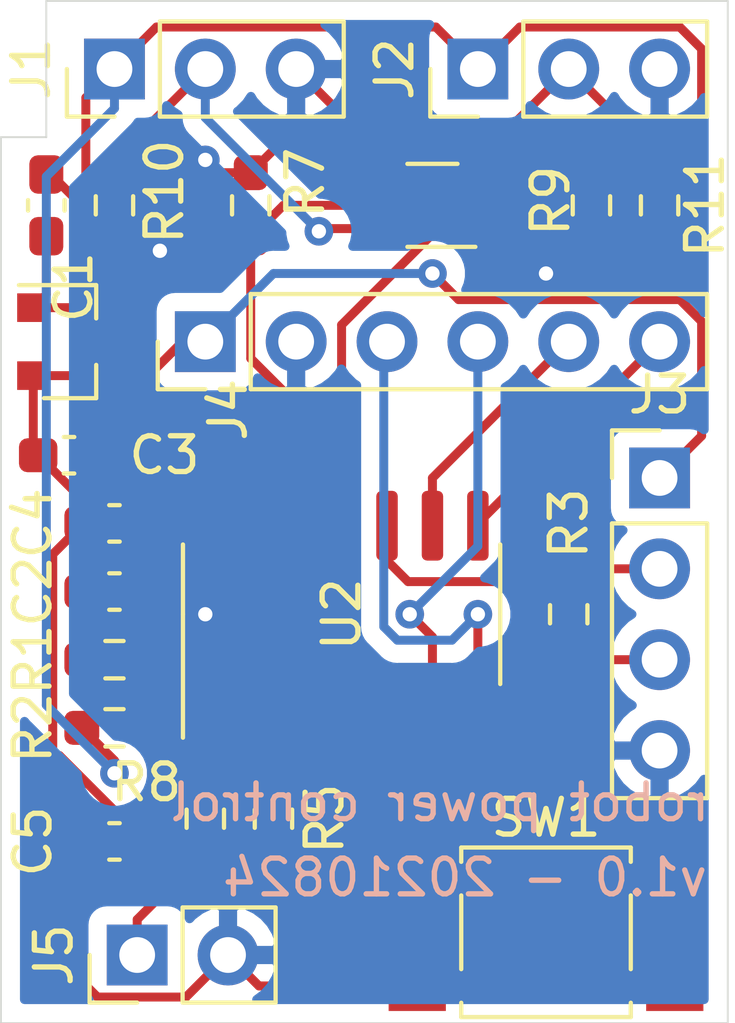
<source format=kicad_pcb>
(kicad_pcb (version 20171130) (host pcbnew "(5.1.9)-1")

  (general
    (thickness 1.6)
    (drawings 8)
    (tracks 148)
    (zones 0)
    (modules 23)
    (nets 20)
  )

  (page A4)
  (layers
    (0 F.Cu signal)
    (31 B.Cu signal hide)
    (32 B.Adhes user hide)
    (33 F.Adhes user hide)
    (34 B.Paste user hide)
    (35 F.Paste user hide)
    (36 B.SilkS user hide)
    (37 F.SilkS user)
    (38 B.Mask user hide)
    (39 F.Mask user)
    (40 Dwgs.User user hide)
    (41 Cmts.User user hide)
    (42 Eco1.User user hide)
    (43 Eco2.User user hide)
    (44 Edge.Cuts user)
    (45 Margin user hide)
    (46 B.CrtYd user hide)
    (47 F.CrtYd user hide)
    (48 B.Fab user hide)
    (49 F.Fab user hide)
  )

  (setup
    (last_trace_width 0.25)
    (trace_clearance 0.2)
    (zone_clearance 0.508)
    (zone_45_only no)
    (trace_min 0.2)
    (via_size 0.8)
    (via_drill 0.4)
    (via_min_size 0.4)
    (via_min_drill 0.3)
    (uvia_size 0.3)
    (uvia_drill 0.1)
    (uvias_allowed no)
    (uvia_min_size 0.2)
    (uvia_min_drill 0.1)
    (edge_width 0.05)
    (segment_width 0.2)
    (pcb_text_width 0.3)
    (pcb_text_size 1.5 1.5)
    (mod_edge_width 0.12)
    (mod_text_size 1 1)
    (mod_text_width 0.15)
    (pad_size 1.524 1.524)
    (pad_drill 0.762)
    (pad_to_mask_clearance 0)
    (aux_axis_origin 0 0)
    (grid_origin 134.62 127)
    (visible_elements 7FFFFFFF)
    (pcbplotparams
      (layerselection 0x010fc_ffffffff)
      (usegerberextensions false)
      (usegerberattributes true)
      (usegerberadvancedattributes true)
      (creategerberjobfile true)
      (excludeedgelayer true)
      (linewidth 0.100000)
      (plotframeref false)
      (viasonmask false)
      (mode 1)
      (useauxorigin false)
      (hpglpennumber 1)
      (hpglpenspeed 20)
      (hpglpendiameter 15.000000)
      (psnegative false)
      (psa4output false)
      (plotreference true)
      (plotvalue true)
      (plotinvisibletext false)
      (padsonsilk false)
      (subtractmaskfromsilk false)
      (outputformat 1)
      (mirror false)
      (drillshape 1)
      (scaleselection 1)
      (outputdirectory ""))
  )

  (net 0 "")
  (net 1 +BATT)
  (net 2 GND)
  (net 3 +3V3)
  (net 4 /PSS)
  (net 5 /PSM)
  (net 6 /UPDI)
  (net 7 /TX)
  (net 8 /RX)
  (net 9 /SCL)
  (net 10 /SDA)
  (net 11 "Net-(U2-Pad3)")
  (net 12 "Net-(U2-Pad4)")
  (net 13 "Net-(U2-Pad13)")
  (net 14 /VBAT_DIV)
  (net 15 /UPDI_TX)
  (net 16 /PBTN)
  (net 17 /PSYS_CTRL)
  (net 18 /PMTR_CTRL)
  (net 19 /PWR_BUTTON)

  (net_class Default "This is the default net class."
    (clearance 0.2)
    (trace_width 0.25)
    (via_dia 0.8)
    (via_drill 0.4)
    (uvia_dia 0.3)
    (uvia_drill 0.1)
    (add_net +3V3)
    (add_net +BATT)
    (add_net /PBTN)
    (add_net /PMTR_CTRL)
    (add_net /PSM)
    (add_net /PSS)
    (add_net /PSYS_CTRL)
    (add_net /PWR_BUTTON)
    (add_net /RX)
    (add_net /SCL)
    (add_net /SDA)
    (add_net /TX)
    (add_net /UPDI)
    (add_net /UPDI_TX)
    (add_net /VBAT_DIV)
    (add_net GND)
    (add_net "Net-(U2-Pad13)")
    (add_net "Net-(U2-Pad3)")
    (add_net "Net-(U2-Pad4)")
  )

  (module Capacitor_SMD:C_0603_1608Metric_Pad1.08x0.95mm_HandSolder (layer F.Cu) (tedit 5F68FEEF) (tstamp 6124FF3A)
    (at 132.715 130.81 270)
    (descr "Capacitor SMD 0603 (1608 Metric), square (rectangular) end terminal, IPC_7351 nominal with elongated pad for handsoldering. (Body size source: IPC-SM-782 page 76, https://www.pcb-3d.com/wordpress/wp-content/uploads/ipc-sm-782a_amendment_1_and_2.pdf), generated with kicad-footprint-generator")
    (tags "capacitor handsolder")
    (path /61251284)
    (attr smd)
    (fp_text reference C1 (at 2.286 -0.762 90) (layer F.SilkS)
      (effects (font (size 1 1) (thickness 0.15)))
    )
    (fp_text value C (at 0 1.43 90) (layer F.Fab)
      (effects (font (size 1 1) (thickness 0.15)))
    )
    (fp_line (start -0.8 0.4) (end -0.8 -0.4) (layer F.Fab) (width 0.1))
    (fp_line (start -0.8 -0.4) (end 0.8 -0.4) (layer F.Fab) (width 0.1))
    (fp_line (start 0.8 -0.4) (end 0.8 0.4) (layer F.Fab) (width 0.1))
    (fp_line (start 0.8 0.4) (end -0.8 0.4) (layer F.Fab) (width 0.1))
    (fp_line (start -0.146267 -0.51) (end 0.146267 -0.51) (layer F.SilkS) (width 0.12))
    (fp_line (start -0.146267 0.51) (end 0.146267 0.51) (layer F.SilkS) (width 0.12))
    (fp_line (start -1.65 0.73) (end -1.65 -0.73) (layer F.CrtYd) (width 0.05))
    (fp_line (start -1.65 -0.73) (end 1.65 -0.73) (layer F.CrtYd) (width 0.05))
    (fp_line (start 1.65 -0.73) (end 1.65 0.73) (layer F.CrtYd) (width 0.05))
    (fp_line (start 1.65 0.73) (end -1.65 0.73) (layer F.CrtYd) (width 0.05))
    (fp_text user %R (at 0 0 90) (layer F.Fab)
      (effects (font (size 0.4 0.4) (thickness 0.06)))
    )
    (pad 1 smd roundrect (at -0.8625 0 270) (size 1.075 0.95) (layers F.Cu F.Paste F.Mask) (roundrect_rratio 0.25)
      (net 1 +BATT))
    (pad 2 smd roundrect (at 0.8625 0 270) (size 1.075 0.95) (layers F.Cu F.Paste F.Mask) (roundrect_rratio 0.25)
      (net 2 GND))
    (model ${KISYS3DMOD}/Capacitor_SMD.3dshapes/C_0603_1608Metric.wrl
      (at (xyz 0 0 0))
      (scale (xyz 1 1 1))
      (rotate (xyz 0 0 0))
    )
  )

  (module Capacitor_SMD:C_0603_1608Metric_Pad1.08x0.95mm_HandSolder (layer F.Cu) (tedit 5F68FEEF) (tstamp 6124FF4B)
    (at 134.62 141.605)
    (descr "Capacitor SMD 0603 (1608 Metric), square (rectangular) end terminal, IPC_7351 nominal with elongated pad for handsoldering. (Body size source: IPC-SM-782 page 76, https://www.pcb-3d.com/wordpress/wp-content/uploads/ipc-sm-782a_amendment_1_and_2.pdf), generated with kicad-footprint-generator")
    (tags "capacitor handsolder")
    (path /61251C09)
    (attr smd)
    (fp_text reference C2 (at -2.286 0 90) (layer F.SilkS)
      (effects (font (size 1 1) (thickness 0.15)))
    )
    (fp_text value C (at 0 1.43) (layer F.Fab)
      (effects (font (size 1 1) (thickness 0.15)))
    )
    (fp_line (start -0.8 0.4) (end -0.8 -0.4) (layer F.Fab) (width 0.1))
    (fp_line (start -0.8 -0.4) (end 0.8 -0.4) (layer F.Fab) (width 0.1))
    (fp_line (start 0.8 -0.4) (end 0.8 0.4) (layer F.Fab) (width 0.1))
    (fp_line (start 0.8 0.4) (end -0.8 0.4) (layer F.Fab) (width 0.1))
    (fp_line (start -0.146267 -0.51) (end 0.146267 -0.51) (layer F.SilkS) (width 0.12))
    (fp_line (start -0.146267 0.51) (end 0.146267 0.51) (layer F.SilkS) (width 0.12))
    (fp_line (start -1.65 0.73) (end -1.65 -0.73) (layer F.CrtYd) (width 0.05))
    (fp_line (start -1.65 -0.73) (end 1.65 -0.73) (layer F.CrtYd) (width 0.05))
    (fp_line (start 1.65 -0.73) (end 1.65 0.73) (layer F.CrtYd) (width 0.05))
    (fp_line (start 1.65 0.73) (end -1.65 0.73) (layer F.CrtYd) (width 0.05))
    (fp_text user %R (at 0 0) (layer F.Fab)
      (effects (font (size 0.4 0.4) (thickness 0.06)))
    )
    (pad 1 smd roundrect (at -0.8625 0) (size 1.075 0.95) (layers F.Cu F.Paste F.Mask) (roundrect_rratio 0.25)
      (net 14 /VBAT_DIV))
    (pad 2 smd roundrect (at 0.8625 0) (size 1.075 0.95) (layers F.Cu F.Paste F.Mask) (roundrect_rratio 0.25)
      (net 2 GND))
    (model ${KISYS3DMOD}/Capacitor_SMD.3dshapes/C_0603_1608Metric.wrl
      (at (xyz 0 0 0))
      (scale (xyz 1 1 1))
      (rotate (xyz 0 0 0))
    )
  )

  (module Capacitor_SMD:C_0603_1608Metric_Pad1.08x0.95mm_HandSolder (layer F.Cu) (tedit 5F68FEEF) (tstamp 6124FF5C)
    (at 133.35 137.795)
    (descr "Capacitor SMD 0603 (1608 Metric), square (rectangular) end terminal, IPC_7351 nominal with elongated pad for handsoldering. (Body size source: IPC-SM-782 page 76, https://www.pcb-3d.com/wordpress/wp-content/uploads/ipc-sm-782a_amendment_1_and_2.pdf), generated with kicad-footprint-generator")
    (tags "capacitor handsolder")
    (path /612517FC)
    (attr smd)
    (fp_text reference C3 (at 2.667 0) (layer F.SilkS)
      (effects (font (size 1 1) (thickness 0.15)))
    )
    (fp_text value C (at 0 1.43) (layer F.Fab)
      (effects (font (size 1 1) (thickness 0.15)))
    )
    (fp_line (start 1.65 0.73) (end -1.65 0.73) (layer F.CrtYd) (width 0.05))
    (fp_line (start 1.65 -0.73) (end 1.65 0.73) (layer F.CrtYd) (width 0.05))
    (fp_line (start -1.65 -0.73) (end 1.65 -0.73) (layer F.CrtYd) (width 0.05))
    (fp_line (start -1.65 0.73) (end -1.65 -0.73) (layer F.CrtYd) (width 0.05))
    (fp_line (start -0.146267 0.51) (end 0.146267 0.51) (layer F.SilkS) (width 0.12))
    (fp_line (start -0.146267 -0.51) (end 0.146267 -0.51) (layer F.SilkS) (width 0.12))
    (fp_line (start 0.8 0.4) (end -0.8 0.4) (layer F.Fab) (width 0.1))
    (fp_line (start 0.8 -0.4) (end 0.8 0.4) (layer F.Fab) (width 0.1))
    (fp_line (start -0.8 -0.4) (end 0.8 -0.4) (layer F.Fab) (width 0.1))
    (fp_line (start -0.8 0.4) (end -0.8 -0.4) (layer F.Fab) (width 0.1))
    (fp_text user %R (at 0 0) (layer F.Fab)
      (effects (font (size 0.4 0.4) (thickness 0.06)))
    )
    (pad 2 smd roundrect (at 0.8625 0) (size 1.075 0.95) (layers F.Cu F.Paste F.Mask) (roundrect_rratio 0.25)
      (net 2 GND))
    (pad 1 smd roundrect (at -0.8625 0) (size 1.075 0.95) (layers F.Cu F.Paste F.Mask) (roundrect_rratio 0.25)
      (net 3 +3V3))
    (model ${KISYS3DMOD}/Capacitor_SMD.3dshapes/C_0603_1608Metric.wrl
      (at (xyz 0 0 0))
      (scale (xyz 1 1 1))
      (rotate (xyz 0 0 0))
    )
  )

  (module Capacitor_SMD:C_0603_1608Metric_Pad1.08x0.95mm_HandSolder (layer F.Cu) (tedit 5F68FEEF) (tstamp 6124FF6D)
    (at 134.62 139.7)
    (descr "Capacitor SMD 0603 (1608 Metric), square (rectangular) end terminal, IPC_7351 nominal with elongated pad for handsoldering. (Body size source: IPC-SM-782 page 76, https://www.pcb-3d.com/wordpress/wp-content/uploads/ipc-sm-782a_amendment_1_and_2.pdf), generated with kicad-footprint-generator")
    (tags "capacitor handsolder")
    (path /6129D4DB)
    (attr smd)
    (fp_text reference C4 (at -2.286 0 90) (layer F.SilkS)
      (effects (font (size 1 1) (thickness 0.15)))
    )
    (fp_text value C (at 0 1.43) (layer F.Fab)
      (effects (font (size 1 1) (thickness 0.15)))
    )
    (fp_line (start 1.65 0.73) (end -1.65 0.73) (layer F.CrtYd) (width 0.05))
    (fp_line (start 1.65 -0.73) (end 1.65 0.73) (layer F.CrtYd) (width 0.05))
    (fp_line (start -1.65 -0.73) (end 1.65 -0.73) (layer F.CrtYd) (width 0.05))
    (fp_line (start -1.65 0.73) (end -1.65 -0.73) (layer F.CrtYd) (width 0.05))
    (fp_line (start -0.146267 0.51) (end 0.146267 0.51) (layer F.SilkS) (width 0.12))
    (fp_line (start -0.146267 -0.51) (end 0.146267 -0.51) (layer F.SilkS) (width 0.12))
    (fp_line (start 0.8 0.4) (end -0.8 0.4) (layer F.Fab) (width 0.1))
    (fp_line (start 0.8 -0.4) (end 0.8 0.4) (layer F.Fab) (width 0.1))
    (fp_line (start -0.8 -0.4) (end 0.8 -0.4) (layer F.Fab) (width 0.1))
    (fp_line (start -0.8 0.4) (end -0.8 -0.4) (layer F.Fab) (width 0.1))
    (fp_text user %R (at 0 0) (layer F.Fab)
      (effects (font (size 0.4 0.4) (thickness 0.06)))
    )
    (pad 2 smd roundrect (at 0.8625 0) (size 1.075 0.95) (layers F.Cu F.Paste F.Mask) (roundrect_rratio 0.25)
      (net 2 GND))
    (pad 1 smd roundrect (at -0.8625 0) (size 1.075 0.95) (layers F.Cu F.Paste F.Mask) (roundrect_rratio 0.25)
      (net 3 +3V3))
    (model ${KISYS3DMOD}/Capacitor_SMD.3dshapes/C_0603_1608Metric.wrl
      (at (xyz 0 0 0))
      (scale (xyz 1 1 1))
      (rotate (xyz 0 0 0))
    )
  )

  (module Capacitor_SMD:C_0603_1608Metric_Pad1.08x0.95mm_HandSolder (layer F.Cu) (tedit 5F68FEEF) (tstamp 6124FF7E)
    (at 134.62 148.59 180)
    (descr "Capacitor SMD 0603 (1608 Metric), square (rectangular) end terminal, IPC_7351 nominal with elongated pad for handsoldering. (Body size source: IPC-SM-782 page 76, https://www.pcb-3d.com/wordpress/wp-content/uploads/ipc-sm-782a_amendment_1_and_2.pdf), generated with kicad-footprint-generator")
    (tags "capacitor handsolder")
    (path /6129E1DB)
    (attr smd)
    (fp_text reference C5 (at 2.286 0 90) (layer F.SilkS)
      (effects (font (size 1 1) (thickness 0.15)))
    )
    (fp_text value C (at 0 1.43) (layer F.Fab)
      (effects (font (size 1 1) (thickness 0.15)))
    )
    (fp_line (start -0.8 0.4) (end -0.8 -0.4) (layer F.Fab) (width 0.1))
    (fp_line (start -0.8 -0.4) (end 0.8 -0.4) (layer F.Fab) (width 0.1))
    (fp_line (start 0.8 -0.4) (end 0.8 0.4) (layer F.Fab) (width 0.1))
    (fp_line (start 0.8 0.4) (end -0.8 0.4) (layer F.Fab) (width 0.1))
    (fp_line (start -0.146267 -0.51) (end 0.146267 -0.51) (layer F.SilkS) (width 0.12))
    (fp_line (start -0.146267 0.51) (end 0.146267 0.51) (layer F.SilkS) (width 0.12))
    (fp_line (start -1.65 0.73) (end -1.65 -0.73) (layer F.CrtYd) (width 0.05))
    (fp_line (start -1.65 -0.73) (end 1.65 -0.73) (layer F.CrtYd) (width 0.05))
    (fp_line (start 1.65 -0.73) (end 1.65 0.73) (layer F.CrtYd) (width 0.05))
    (fp_line (start 1.65 0.73) (end -1.65 0.73) (layer F.CrtYd) (width 0.05))
    (fp_text user %R (at 0 0) (layer F.Fab)
      (effects (font (size 0.4 0.4) (thickness 0.06)))
    )
    (pad 1 smd roundrect (at -0.8625 0 180) (size 1.075 0.95) (layers F.Cu F.Paste F.Mask) (roundrect_rratio 0.25)
      (net 3 +3V3))
    (pad 2 smd roundrect (at 0.8625 0 180) (size 1.075 0.95) (layers F.Cu F.Paste F.Mask) (roundrect_rratio 0.25)
      (net 2 GND))
    (model ${KISYS3DMOD}/Capacitor_SMD.3dshapes/C_0603_1608Metric.wrl
      (at (xyz 0 0 0))
      (scale (xyz 1 1 1))
      (rotate (xyz 0 0 0))
    )
  )

  (module Connector_PinHeader_2.54mm:PinHeader_1x03_P2.54mm_Vertical (layer F.Cu) (tedit 59FED5CC) (tstamp 6124FF95)
    (at 134.62 127 90)
    (descr "Through hole straight pin header, 1x03, 2.54mm pitch, single row")
    (tags "Through hole pin header THT 1x03 2.54mm single row")
    (path /6124EE86)
    (fp_text reference J1 (at 0 -2.33 90) (layer F.SilkS)
      (effects (font (size 1 1) (thickness 0.15)))
    )
    (fp_text value Conn_01x03 (at 0 7.41 90) (layer F.Fab)
      (effects (font (size 1 1) (thickness 0.15)))
    )
    (fp_line (start 1.8 -1.8) (end -1.8 -1.8) (layer F.CrtYd) (width 0.05))
    (fp_line (start 1.8 6.85) (end 1.8 -1.8) (layer F.CrtYd) (width 0.05))
    (fp_line (start -1.8 6.85) (end 1.8 6.85) (layer F.CrtYd) (width 0.05))
    (fp_line (start -1.8 -1.8) (end -1.8 6.85) (layer F.CrtYd) (width 0.05))
    (fp_line (start -1.33 -1.33) (end 0 -1.33) (layer F.SilkS) (width 0.12))
    (fp_line (start -1.33 0) (end -1.33 -1.33) (layer F.SilkS) (width 0.12))
    (fp_line (start -1.33 1.27) (end 1.33 1.27) (layer F.SilkS) (width 0.12))
    (fp_line (start 1.33 1.27) (end 1.33 6.41) (layer F.SilkS) (width 0.12))
    (fp_line (start -1.33 1.27) (end -1.33 6.41) (layer F.SilkS) (width 0.12))
    (fp_line (start -1.33 6.41) (end 1.33 6.41) (layer F.SilkS) (width 0.12))
    (fp_line (start -1.27 -0.635) (end -0.635 -1.27) (layer F.Fab) (width 0.1))
    (fp_line (start -1.27 6.35) (end -1.27 -0.635) (layer F.Fab) (width 0.1))
    (fp_line (start 1.27 6.35) (end -1.27 6.35) (layer F.Fab) (width 0.1))
    (fp_line (start 1.27 -1.27) (end 1.27 6.35) (layer F.Fab) (width 0.1))
    (fp_line (start -0.635 -1.27) (end 1.27 -1.27) (layer F.Fab) (width 0.1))
    (fp_text user %R (at 0 2.54) (layer F.Fab)
      (effects (font (size 1 1) (thickness 0.15)))
    )
    (pad 3 thru_hole oval (at 0 5.08 90) (size 1.7 1.7) (drill 1) (layers *.Cu *.Mask)
      (net 2 GND))
    (pad 2 thru_hole oval (at 0 2.54 90) (size 1.7 1.7) (drill 1) (layers *.Cu *.Mask)
      (net 4 /PSS))
    (pad 1 thru_hole rect (at 0 0 90) (size 1.7 1.7) (drill 1) (layers *.Cu *.Mask)
      (net 1 +BATT))
    (model ${KISYS3DMOD}/Connector_PinHeader_2.54mm.3dshapes/PinHeader_1x03_P2.54mm_Vertical.wrl
      (at (xyz 0 0 0))
      (scale (xyz 1 1 1))
      (rotate (xyz 0 0 0))
    )
  )

  (module Connector_PinHeader_2.54mm:PinHeader_1x03_P2.54mm_Vertical (layer F.Cu) (tedit 59FED5CC) (tstamp 6124FFAC)
    (at 144.78 127 90)
    (descr "Through hole straight pin header, 1x03, 2.54mm pitch, single row")
    (tags "Through hole pin header THT 1x03 2.54mm single row")
    (path /6124F9D8)
    (fp_text reference J2 (at 0 -2.33 90) (layer F.SilkS)
      (effects (font (size 1 1) (thickness 0.15)))
    )
    (fp_text value Conn_01x03 (at 0 7.41 90) (layer F.Fab)
      (effects (font (size 1 1) (thickness 0.15)))
    )
    (fp_line (start -0.635 -1.27) (end 1.27 -1.27) (layer F.Fab) (width 0.1))
    (fp_line (start 1.27 -1.27) (end 1.27 6.35) (layer F.Fab) (width 0.1))
    (fp_line (start 1.27 6.35) (end -1.27 6.35) (layer F.Fab) (width 0.1))
    (fp_line (start -1.27 6.35) (end -1.27 -0.635) (layer F.Fab) (width 0.1))
    (fp_line (start -1.27 -0.635) (end -0.635 -1.27) (layer F.Fab) (width 0.1))
    (fp_line (start -1.33 6.41) (end 1.33 6.41) (layer F.SilkS) (width 0.12))
    (fp_line (start -1.33 1.27) (end -1.33 6.41) (layer F.SilkS) (width 0.12))
    (fp_line (start 1.33 1.27) (end 1.33 6.41) (layer F.SilkS) (width 0.12))
    (fp_line (start -1.33 1.27) (end 1.33 1.27) (layer F.SilkS) (width 0.12))
    (fp_line (start -1.33 0) (end -1.33 -1.33) (layer F.SilkS) (width 0.12))
    (fp_line (start -1.33 -1.33) (end 0 -1.33) (layer F.SilkS) (width 0.12))
    (fp_line (start -1.8 -1.8) (end -1.8 6.85) (layer F.CrtYd) (width 0.05))
    (fp_line (start -1.8 6.85) (end 1.8 6.85) (layer F.CrtYd) (width 0.05))
    (fp_line (start 1.8 6.85) (end 1.8 -1.8) (layer F.CrtYd) (width 0.05))
    (fp_line (start 1.8 -1.8) (end -1.8 -1.8) (layer F.CrtYd) (width 0.05))
    (fp_text user %R (at 0 2.54) (layer F.Fab)
      (effects (font (size 1 1) (thickness 0.15)))
    )
    (pad 1 thru_hole rect (at 0 0 90) (size 1.7 1.7) (drill 1) (layers *.Cu *.Mask)
      (net 1 +BATT))
    (pad 2 thru_hole oval (at 0 2.54 90) (size 1.7 1.7) (drill 1) (layers *.Cu *.Mask)
      (net 5 /PSM))
    (pad 3 thru_hole oval (at 0 5.08 90) (size 1.7 1.7) (drill 1) (layers *.Cu *.Mask)
      (net 2 GND))
    (model ${KISYS3DMOD}/Connector_PinHeader_2.54mm.3dshapes/PinHeader_1x03_P2.54mm_Vertical.wrl
      (at (xyz 0 0 0))
      (scale (xyz 1 1 1))
      (rotate (xyz 0 0 0))
    )
  )

  (module Connector_PinHeader_2.54mm:PinHeader_1x04_P2.54mm_Vertical (layer F.Cu) (tedit 59FED5CC) (tstamp 6124FFC4)
    (at 149.86 138.43)
    (descr "Through hole straight pin header, 1x04, 2.54mm pitch, single row")
    (tags "Through hole pin header THT 1x04 2.54mm single row")
    (path /6127D77E)
    (fp_text reference J3 (at 0 -2.33) (layer F.SilkS)
      (effects (font (size 1 1) (thickness 0.15)))
    )
    (fp_text value Conn_01x04 (at 0 9.95) (layer F.Fab)
      (effects (font (size 1 1) (thickness 0.15)))
    )
    (fp_line (start -0.635 -1.27) (end 1.27 -1.27) (layer F.Fab) (width 0.1))
    (fp_line (start 1.27 -1.27) (end 1.27 8.89) (layer F.Fab) (width 0.1))
    (fp_line (start 1.27 8.89) (end -1.27 8.89) (layer F.Fab) (width 0.1))
    (fp_line (start -1.27 8.89) (end -1.27 -0.635) (layer F.Fab) (width 0.1))
    (fp_line (start -1.27 -0.635) (end -0.635 -1.27) (layer F.Fab) (width 0.1))
    (fp_line (start -1.33 8.95) (end 1.33 8.95) (layer F.SilkS) (width 0.12))
    (fp_line (start -1.33 1.27) (end -1.33 8.95) (layer F.SilkS) (width 0.12))
    (fp_line (start 1.33 1.27) (end 1.33 8.95) (layer F.SilkS) (width 0.12))
    (fp_line (start -1.33 1.27) (end 1.33 1.27) (layer F.SilkS) (width 0.12))
    (fp_line (start -1.33 0) (end -1.33 -1.33) (layer F.SilkS) (width 0.12))
    (fp_line (start -1.33 -1.33) (end 0 -1.33) (layer F.SilkS) (width 0.12))
    (fp_line (start -1.8 -1.8) (end -1.8 9.4) (layer F.CrtYd) (width 0.05))
    (fp_line (start -1.8 9.4) (end 1.8 9.4) (layer F.CrtYd) (width 0.05))
    (fp_line (start 1.8 9.4) (end 1.8 -1.8) (layer F.CrtYd) (width 0.05))
    (fp_line (start 1.8 -1.8) (end -1.8 -1.8) (layer F.CrtYd) (width 0.05))
    (fp_text user %R (at 0 3.81 90) (layer F.Fab)
      (effects (font (size 1 1) (thickness 0.15)))
    )
    (pad 1 thru_hole rect (at 0 0) (size 1.7 1.7) (drill 1) (layers *.Cu *.Mask)
      (net 3 +3V3))
    (pad 2 thru_hole oval (at 0 2.54) (size 1.7 1.7) (drill 1) (layers *.Cu *.Mask)
      (net 6 /UPDI))
    (pad 3 thru_hole oval (at 0 5.08) (size 1.7 1.7) (drill 1) (layers *.Cu *.Mask)
      (net 15 /UPDI_TX))
    (pad 4 thru_hole oval (at 0 7.62) (size 1.7 1.7) (drill 1) (layers *.Cu *.Mask)
      (net 2 GND))
    (model ${KISYS3DMOD}/Connector_PinHeader_2.54mm.3dshapes/PinHeader_1x04_P2.54mm_Vertical.wrl
      (at (xyz 0 0 0))
      (scale (xyz 1 1 1))
      (rotate (xyz 0 0 0))
    )
  )

  (module Connector_PinHeader_2.54mm:PinHeader_1x06_P2.54mm_Vertical (layer F.Cu) (tedit 59FED5CC) (tstamp 6124FFDE)
    (at 137.16 134.62 90)
    (descr "Through hole straight pin header, 1x06, 2.54mm pitch, single row")
    (tags "Through hole pin header THT 1x06 2.54mm single row")
    (path /612709A9)
    (fp_text reference J4 (at -1.905 0.635 90) (layer F.SilkS)
      (effects (font (size 1 1) (thickness 0.15)))
    )
    (fp_text value Conn_01x06 (at 0 15.03 90) (layer F.Fab)
      (effects (font (size 1 1) (thickness 0.15)))
    )
    (fp_line (start -0.635 -1.27) (end 1.27 -1.27) (layer F.Fab) (width 0.1))
    (fp_line (start 1.27 -1.27) (end 1.27 13.97) (layer F.Fab) (width 0.1))
    (fp_line (start 1.27 13.97) (end -1.27 13.97) (layer F.Fab) (width 0.1))
    (fp_line (start -1.27 13.97) (end -1.27 -0.635) (layer F.Fab) (width 0.1))
    (fp_line (start -1.27 -0.635) (end -0.635 -1.27) (layer F.Fab) (width 0.1))
    (fp_line (start -1.33 14.03) (end 1.33 14.03) (layer F.SilkS) (width 0.12))
    (fp_line (start -1.33 1.27) (end -1.33 14.03) (layer F.SilkS) (width 0.12))
    (fp_line (start 1.33 1.27) (end 1.33 14.03) (layer F.SilkS) (width 0.12))
    (fp_line (start -1.33 1.27) (end 1.33 1.27) (layer F.SilkS) (width 0.12))
    (fp_line (start -1.33 0) (end -1.33 -1.33) (layer F.SilkS) (width 0.12))
    (fp_line (start -1.33 -1.33) (end 0 -1.33) (layer F.SilkS) (width 0.12))
    (fp_line (start -1.8 -1.8) (end -1.8 14.5) (layer F.CrtYd) (width 0.05))
    (fp_line (start -1.8 14.5) (end 1.8 14.5) (layer F.CrtYd) (width 0.05))
    (fp_line (start 1.8 14.5) (end 1.8 -1.8) (layer F.CrtYd) (width 0.05))
    (fp_line (start 1.8 -1.8) (end -1.8 -1.8) (layer F.CrtYd) (width 0.05))
    (fp_text user %R (at 0 6.35) (layer F.Fab)
      (effects (font (size 1 1) (thickness 0.15)))
    )
    (pad 1 thru_hole rect (at 0 0 90) (size 1.7 1.7) (drill 1) (layers *.Cu *.Mask)
      (net 3 +3V3))
    (pad 2 thru_hole oval (at 0 2.54 90) (size 1.7 1.7) (drill 1) (layers *.Cu *.Mask)
      (net 2 GND))
    (pad 3 thru_hole oval (at 0 5.08 90) (size 1.7 1.7) (drill 1) (layers *.Cu *.Mask)
      (net 7 /TX))
    (pad 4 thru_hole oval (at 0 7.62 90) (size 1.7 1.7) (drill 1) (layers *.Cu *.Mask)
      (net 8 /RX))
    (pad 5 thru_hole oval (at 0 10.16 90) (size 1.7 1.7) (drill 1) (layers *.Cu *.Mask)
      (net 9 /SCL))
    (pad 6 thru_hole oval (at 0 12.7 90) (size 1.7 1.7) (drill 1) (layers *.Cu *.Mask)
      (net 10 /SDA))
    (model ${KISYS3DMOD}/Connector_PinHeader_2.54mm.3dshapes/PinHeader_1x06_P2.54mm_Vertical.wrl
      (at (xyz 0 0 0))
      (scale (xyz 1 1 1))
      (rotate (xyz 0 0 0))
    )
  )

  (module Connector_PinHeader_2.54mm:PinHeader_1x02_P2.54mm_Vertical (layer F.Cu) (tedit 59FED5CC) (tstamp 6124FFF4)
    (at 135.255 151.765 90)
    (descr "Through hole straight pin header, 1x02, 2.54mm pitch, single row")
    (tags "Through hole pin header THT 1x02 2.54mm single row")
    (path /6128A715)
    (fp_text reference J5 (at 0 -2.33 90) (layer F.SilkS)
      (effects (font (size 1 1) (thickness 0.15)))
    )
    (fp_text value Conn_01x02 (at 3.81 -14.605 90) (layer F.Fab)
      (effects (font (size 1 1) (thickness 0.15)))
    )
    (fp_line (start -0.635 -1.27) (end 1.27 -1.27) (layer F.Fab) (width 0.1))
    (fp_line (start 1.27 -1.27) (end 1.27 3.81) (layer F.Fab) (width 0.1))
    (fp_line (start 1.27 3.81) (end -1.27 3.81) (layer F.Fab) (width 0.1))
    (fp_line (start -1.27 3.81) (end -1.27 -0.635) (layer F.Fab) (width 0.1))
    (fp_line (start -1.27 -0.635) (end -0.635 -1.27) (layer F.Fab) (width 0.1))
    (fp_line (start -1.33 3.87) (end 1.33 3.87) (layer F.SilkS) (width 0.12))
    (fp_line (start -1.33 1.27) (end -1.33 3.87) (layer F.SilkS) (width 0.12))
    (fp_line (start 1.33 1.27) (end 1.33 3.87) (layer F.SilkS) (width 0.12))
    (fp_line (start -1.33 1.27) (end 1.33 1.27) (layer F.SilkS) (width 0.12))
    (fp_line (start -1.33 0) (end -1.33 -1.33) (layer F.SilkS) (width 0.12))
    (fp_line (start -1.33 -1.33) (end 0 -1.33) (layer F.SilkS) (width 0.12))
    (fp_line (start -1.8 -1.8) (end -1.8 4.35) (layer F.CrtYd) (width 0.05))
    (fp_line (start -1.8 4.35) (end 1.8 4.35) (layer F.CrtYd) (width 0.05))
    (fp_line (start 1.8 4.35) (end 1.8 -1.8) (layer F.CrtYd) (width 0.05))
    (fp_line (start 1.8 -1.8) (end -1.8 -1.8) (layer F.CrtYd) (width 0.05))
    (fp_text user %R (at 0 1.27) (layer F.Fab)
      (effects (font (size 1 1) (thickness 0.15)))
    )
    (pad 1 thru_hole rect (at 0 0 90) (size 1.7 1.7) (drill 1) (layers *.Cu *.Mask)
      (net 16 /PBTN))
    (pad 2 thru_hole oval (at 0 2.54 90) (size 1.7 1.7) (drill 1) (layers *.Cu *.Mask)
      (net 2 GND))
    (model ${KISYS3DMOD}/Connector_PinHeader_2.54mm.3dshapes/PinHeader_1x02_P2.54mm_Vertical.wrl
      (at (xyz 0 0 0))
      (scale (xyz 1 1 1))
      (rotate (xyz 0 0 0))
    )
  )

  (module Package_TO_SOT_SMD:SOT-363_SC-70-6_Handsoldering (layer F.Cu) (tedit 5A02FF57) (tstamp 6125000A)
    (at 143.51 130.81 180)
    (descr "SOT-363, SC-70-6, Handsoldering")
    (tags "SOT-363 SC-70-6 Handsoldering")
    (path /612544DE)
    (attr smd)
    (fp_text reference J6 (at 1.016 -1.397) (layer F.SilkS) hide
      (effects (font (size 1 1) (thickness 0.15)))
    )
    (fp_text value Conn_01x06 (at 0 2 180) (layer F.Fab)
      (effects (font (size 1 1) (thickness 0.15)))
    )
    (fp_line (start -2.4 1.4) (end 2.4 1.4) (layer F.CrtYd) (width 0.05))
    (fp_line (start 0.7 -1.16) (end -1.2 -1.16) (layer F.SilkS) (width 0.12))
    (fp_line (start -0.7 1.16) (end 0.7 1.16) (layer F.SilkS) (width 0.12))
    (fp_line (start 2.4 1.4) (end 2.4 -1.4) (layer F.CrtYd) (width 0.05))
    (fp_line (start -2.4 -1.4) (end -2.4 1.4) (layer F.CrtYd) (width 0.05))
    (fp_line (start -2.4 -1.4) (end 2.4 -1.4) (layer F.CrtYd) (width 0.05))
    (fp_line (start 0.675 -1.1) (end -0.175 -1.1) (layer F.Fab) (width 0.1))
    (fp_line (start -0.675 -0.6) (end -0.675 1.1) (layer F.Fab) (width 0.1))
    (fp_line (start 0.675 -1.1) (end 0.675 1.1) (layer F.Fab) (width 0.1))
    (fp_line (start 0.675 1.1) (end -0.675 1.1) (layer F.Fab) (width 0.1))
    (fp_line (start -0.175 -1.1) (end -0.675 -0.6) (layer F.Fab) (width 0.1))
    (fp_text user %R (at 0 0 90) (layer F.Fab)
      (effects (font (size 0.5 0.5) (thickness 0.075)))
    )
    (pad 1 smd rect (at -1.33 -0.65 180) (size 1.5 0.4) (layers F.Cu F.Paste F.Mask)
      (net 2 GND))
    (pad 2 smd rect (at -1.33 0 180) (size 1.5 0.4) (layers F.Cu F.Paste F.Mask)
      (net 17 /PSYS_CTRL))
    (pad 3 smd rect (at -1.33 0.65 180) (size 1.5 0.4) (layers F.Cu F.Paste F.Mask)
      (net 5 /PSM))
    (pad 4 smd rect (at 1.33 0.65 180) (size 1.5 0.4) (layers F.Cu F.Paste F.Mask)
      (net 2 GND))
    (pad 5 smd rect (at 1.33 0 180) (size 1.5 0.4) (layers F.Cu F.Paste F.Mask)
      (net 18 /PMTR_CTRL))
    (pad 6 smd rect (at 1.33 -0.65 180) (size 1.5 0.4) (layers F.Cu F.Paste F.Mask)
      (net 4 /PSS))
    (model ${KISYS3DMOD}/Package_TO_SOT_SMD.3dshapes/SOT-363_SC-70-6.wrl
      (at (xyz 0 0 0))
      (scale (xyz 1 1 1))
      (rotate (xyz 0 0 0))
    )
  )

  (module Resistor_SMD:R_0603_1608Metric_Pad0.98x0.95mm_HandSolder (layer F.Cu) (tedit 5F68FEEE) (tstamp 6125001B)
    (at 134.62 143.51)
    (descr "Resistor SMD 0603 (1608 Metric), square (rectangular) end terminal, IPC_7351 nominal with elongated pad for handsoldering. (Body size source: IPC-SM-782 page 72, https://www.pcb-3d.com/wordpress/wp-content/uploads/ipc-sm-782a_amendment_1_and_2.pdf), generated with kicad-footprint-generator")
    (tags "resistor handsolder")
    (path /612524CE)
    (attr smd)
    (fp_text reference R1 (at -2.286 0 90) (layer F.SilkS)
      (effects (font (size 1 1) (thickness 0.15)))
    )
    (fp_text value R_Small_US (at 0 1.43) (layer F.Fab) hide
      (effects (font (size 1 1) (thickness 0.15)))
    )
    (fp_line (start 1.65 0.73) (end -1.65 0.73) (layer F.CrtYd) (width 0.05))
    (fp_line (start 1.65 -0.73) (end 1.65 0.73) (layer F.CrtYd) (width 0.05))
    (fp_line (start -1.65 -0.73) (end 1.65 -0.73) (layer F.CrtYd) (width 0.05))
    (fp_line (start -1.65 0.73) (end -1.65 -0.73) (layer F.CrtYd) (width 0.05))
    (fp_line (start -0.254724 0.5225) (end 0.254724 0.5225) (layer F.SilkS) (width 0.12))
    (fp_line (start -0.254724 -0.5225) (end 0.254724 -0.5225) (layer F.SilkS) (width 0.12))
    (fp_line (start 0.8 0.4125) (end -0.8 0.4125) (layer F.Fab) (width 0.1))
    (fp_line (start 0.8 -0.4125) (end 0.8 0.4125) (layer F.Fab) (width 0.1))
    (fp_line (start -0.8 -0.4125) (end 0.8 -0.4125) (layer F.Fab) (width 0.1))
    (fp_line (start -0.8 0.4125) (end -0.8 -0.4125) (layer F.Fab) (width 0.1))
    (fp_text user %R (at 0 0) (layer F.Fab)
      (effects (font (size 0.4 0.4) (thickness 0.06)))
    )
    (pad 2 smd roundrect (at 0.9125 0) (size 0.975 0.95) (layers F.Cu F.Paste F.Mask) (roundrect_rratio 0.25)
      (net 2 GND))
    (pad 1 smd roundrect (at -0.9125 0) (size 0.975 0.95) (layers F.Cu F.Paste F.Mask) (roundrect_rratio 0.25)
      (net 14 /VBAT_DIV))
    (model ${KISYS3DMOD}/Resistor_SMD.3dshapes/R_0603_1608Metric.wrl
      (at (xyz 0 0 0))
      (scale (xyz 1 1 1))
      (rotate (xyz 0 0 0))
    )
  )

  (module Resistor_SMD:R_0603_1608Metric_Pad0.98x0.95mm_HandSolder (layer F.Cu) (tedit 5F68FEEE) (tstamp 6125002C)
    (at 134.62 145.415)
    (descr "Resistor SMD 0603 (1608 Metric), square (rectangular) end terminal, IPC_7351 nominal with elongated pad for handsoldering. (Body size source: IPC-SM-782 page 72, https://www.pcb-3d.com/wordpress/wp-content/uploads/ipc-sm-782a_amendment_1_and_2.pdf), generated with kicad-footprint-generator")
    (tags "resistor handsolder")
    (path /61252B77)
    (attr smd)
    (fp_text reference R2 (at -2.286 0 90) (layer F.SilkS)
      (effects (font (size 1 1) (thickness 0.15)))
    )
    (fp_text value R_Small_US (at -16.51 -2.54) (layer F.Fab)
      (effects (font (size 1 1) (thickness 0.15)))
    )
    (fp_line (start -0.8 0.4125) (end -0.8 -0.4125) (layer F.Fab) (width 0.1))
    (fp_line (start -0.8 -0.4125) (end 0.8 -0.4125) (layer F.Fab) (width 0.1))
    (fp_line (start 0.8 -0.4125) (end 0.8 0.4125) (layer F.Fab) (width 0.1))
    (fp_line (start 0.8 0.4125) (end -0.8 0.4125) (layer F.Fab) (width 0.1))
    (fp_line (start -0.254724 -0.5225) (end 0.254724 -0.5225) (layer F.SilkS) (width 0.12))
    (fp_line (start -0.254724 0.5225) (end 0.254724 0.5225) (layer F.SilkS) (width 0.12))
    (fp_line (start -1.65 0.73) (end -1.65 -0.73) (layer F.CrtYd) (width 0.05))
    (fp_line (start -1.65 -0.73) (end 1.65 -0.73) (layer F.CrtYd) (width 0.05))
    (fp_line (start 1.65 -0.73) (end 1.65 0.73) (layer F.CrtYd) (width 0.05))
    (fp_line (start 1.65 0.73) (end -1.65 0.73) (layer F.CrtYd) (width 0.05))
    (fp_text user %R (at 0 0) (layer F.Fab)
      (effects (font (size 0.4 0.4) (thickness 0.06)))
    )
    (pad 1 smd roundrect (at -0.9125 0) (size 0.975 0.95) (layers F.Cu F.Paste F.Mask) (roundrect_rratio 0.25)
      (net 1 +BATT))
    (pad 2 smd roundrect (at 0.9125 0) (size 0.975 0.95) (layers F.Cu F.Paste F.Mask) (roundrect_rratio 0.25)
      (net 14 /VBAT_DIV))
    (model ${KISYS3DMOD}/Resistor_SMD.3dshapes/R_0603_1608Metric.wrl
      (at (xyz 0 0 0))
      (scale (xyz 1 1 1))
      (rotate (xyz 0 0 0))
    )
  )

  (module Resistor_SMD:R_0603_1608Metric_Pad0.98x0.95mm_HandSolder (layer F.Cu) (tedit 5F68FEEE) (tstamp 6125003D)
    (at 147.32 142.24 90)
    (descr "Resistor SMD 0603 (1608 Metric), square (rectangular) end terminal, IPC_7351 nominal with elongated pad for handsoldering. (Body size source: IPC-SM-782 page 72, https://www.pcb-3d.com/wordpress/wp-content/uploads/ipc-sm-782a_amendment_1_and_2.pdf), generated with kicad-footprint-generator")
    (tags "resistor handsolder")
    (path /61283593)
    (attr smd)
    (fp_text reference R3 (at 2.54 0 90) (layer F.SilkS)
      (effects (font (size 1 1) (thickness 0.15)))
    )
    (fp_text value R_Small_US (at 0 1.43 90) (layer F.Fab)
      (effects (font (size 1 1) (thickness 0.15)))
    )
    (fp_line (start 1.65 0.73) (end -1.65 0.73) (layer F.CrtYd) (width 0.05))
    (fp_line (start 1.65 -0.73) (end 1.65 0.73) (layer F.CrtYd) (width 0.05))
    (fp_line (start -1.65 -0.73) (end 1.65 -0.73) (layer F.CrtYd) (width 0.05))
    (fp_line (start -1.65 0.73) (end -1.65 -0.73) (layer F.CrtYd) (width 0.05))
    (fp_line (start -0.254724 0.5225) (end 0.254724 0.5225) (layer F.SilkS) (width 0.12))
    (fp_line (start -0.254724 -0.5225) (end 0.254724 -0.5225) (layer F.SilkS) (width 0.12))
    (fp_line (start 0.8 0.4125) (end -0.8 0.4125) (layer F.Fab) (width 0.1))
    (fp_line (start 0.8 -0.4125) (end 0.8 0.4125) (layer F.Fab) (width 0.1))
    (fp_line (start -0.8 -0.4125) (end 0.8 -0.4125) (layer F.Fab) (width 0.1))
    (fp_line (start -0.8 0.4125) (end -0.8 -0.4125) (layer F.Fab) (width 0.1))
    (fp_text user %R (at 0 0 90) (layer F.Fab)
      (effects (font (size 0.4 0.4) (thickness 0.06)))
    )
    (pad 2 smd roundrect (at 0.9125 0 90) (size 0.975 0.95) (layers F.Cu F.Paste F.Mask) (roundrect_rratio 0.25)
      (net 6 /UPDI))
    (pad 1 smd roundrect (at -0.9125 0 90) (size 0.975 0.95) (layers F.Cu F.Paste F.Mask) (roundrect_rratio 0.25)
      (net 15 /UPDI_TX))
    (model ${KISYS3DMOD}/Resistor_SMD.3dshapes/R_0603_1608Metric.wrl
      (at (xyz 0 0 0))
      (scale (xyz 1 1 1))
      (rotate (xyz 0 0 0))
    )
  )

  (module Resistor_SMD:R_0603_1608Metric_Pad0.98x0.95mm_HandSolder (layer F.Cu) (tedit 5F68FEEE) (tstamp 6125005F)
    (at 139.065 147.955 270)
    (descr "Resistor SMD 0603 (1608 Metric), square (rectangular) end terminal, IPC_7351 nominal with elongated pad for handsoldering. (Body size source: IPC-SM-782 page 72, https://www.pcb-3d.com/wordpress/wp-content/uploads/ipc-sm-782a_amendment_1_and_2.pdf), generated with kicad-footprint-generator")
    (tags "resistor handsolder")
    (path /6128F625)
    (attr smd)
    (fp_text reference R5 (at 0 -1.43 90) (layer F.SilkS)
      (effects (font (size 1 1) (thickness 0.15)))
    )
    (fp_text value R_Small_US (at 0 1.43 90) (layer F.Fab)
      (effects (font (size 1 1) (thickness 0.15)))
    )
    (fp_line (start -0.8 0.4125) (end -0.8 -0.4125) (layer F.Fab) (width 0.1))
    (fp_line (start -0.8 -0.4125) (end 0.8 -0.4125) (layer F.Fab) (width 0.1))
    (fp_line (start 0.8 -0.4125) (end 0.8 0.4125) (layer F.Fab) (width 0.1))
    (fp_line (start 0.8 0.4125) (end -0.8 0.4125) (layer F.Fab) (width 0.1))
    (fp_line (start -0.254724 -0.5225) (end 0.254724 -0.5225) (layer F.SilkS) (width 0.12))
    (fp_line (start -0.254724 0.5225) (end 0.254724 0.5225) (layer F.SilkS) (width 0.12))
    (fp_line (start -1.65 0.73) (end -1.65 -0.73) (layer F.CrtYd) (width 0.05))
    (fp_line (start -1.65 -0.73) (end 1.65 -0.73) (layer F.CrtYd) (width 0.05))
    (fp_line (start 1.65 -0.73) (end 1.65 0.73) (layer F.CrtYd) (width 0.05))
    (fp_line (start 1.65 0.73) (end -1.65 0.73) (layer F.CrtYd) (width 0.05))
    (fp_text user %R (at 0 0 90) (layer F.Fab)
      (effects (font (size 0.4 0.4) (thickness 0.06)))
    )
    (pad 1 smd roundrect (at -0.9125 0 270) (size 0.975 0.95) (layers F.Cu F.Paste F.Mask) (roundrect_rratio 0.25)
      (net 19 /PWR_BUTTON))
    (pad 2 smd roundrect (at 0.9125 0 270) (size 0.975 0.95) (layers F.Cu F.Paste F.Mask) (roundrect_rratio 0.25)
      (net 16 /PBTN))
    (model ${KISYS3DMOD}/Resistor_SMD.3dshapes/R_0603_1608Metric.wrl
      (at (xyz 0 0 0))
      (scale (xyz 1 1 1))
      (rotate (xyz 0 0 0))
    )
  )

  (module Resistor_SMD:R_0603_1608Metric_Pad0.98x0.95mm_HandSolder (layer F.Cu) (tedit 5F68FEEE) (tstamp 61250092)
    (at 137.16 147.955 90)
    (descr "Resistor SMD 0603 (1608 Metric), square (rectangular) end terminal, IPC_7351 nominal with elongated pad for handsoldering. (Body size source: IPC-SM-782 page 72, https://www.pcb-3d.com/wordpress/wp-content/uploads/ipc-sm-782a_amendment_1_and_2.pdf), generated with kicad-footprint-generator")
    (tags "resistor handsolder")
    (path /6125308F)
    (attr smd)
    (fp_text reference R8 (at 1.016 -1.651 180) (layer F.SilkS)
      (effects (font (size 1 1) (thickness 0.15)))
    )
    (fp_text value R_Small_US (at 0 1.43 90) (layer F.Fab)
      (effects (font (size 1 1) (thickness 0.15)))
    )
    (fp_line (start 1.65 0.73) (end -1.65 0.73) (layer F.CrtYd) (width 0.05))
    (fp_line (start 1.65 -0.73) (end 1.65 0.73) (layer F.CrtYd) (width 0.05))
    (fp_line (start -1.65 -0.73) (end 1.65 -0.73) (layer F.CrtYd) (width 0.05))
    (fp_line (start -1.65 0.73) (end -1.65 -0.73) (layer F.CrtYd) (width 0.05))
    (fp_line (start -0.254724 0.5225) (end 0.254724 0.5225) (layer F.SilkS) (width 0.12))
    (fp_line (start -0.254724 -0.5225) (end 0.254724 -0.5225) (layer F.SilkS) (width 0.12))
    (fp_line (start 0.8 0.4125) (end -0.8 0.4125) (layer F.Fab) (width 0.1))
    (fp_line (start 0.8 -0.4125) (end 0.8 0.4125) (layer F.Fab) (width 0.1))
    (fp_line (start -0.8 -0.4125) (end 0.8 -0.4125) (layer F.Fab) (width 0.1))
    (fp_line (start -0.8 0.4125) (end -0.8 -0.4125) (layer F.Fab) (width 0.1))
    (fp_text user %R (at 0 0 90) (layer F.Fab)
      (effects (font (size 0.4 0.4) (thickness 0.06)))
    )
    (pad 2 smd roundrect (at 0.9125 0 90) (size 0.975 0.95) (layers F.Cu F.Paste F.Mask) (roundrect_rratio 0.25)
      (net 3 +3V3))
    (pad 1 smd roundrect (at -0.9125 0 90) (size 0.975 0.95) (layers F.Cu F.Paste F.Mask) (roundrect_rratio 0.25)
      (net 16 /PBTN))
    (model ${KISYS3DMOD}/Resistor_SMD.3dshapes/R_0603_1608Metric.wrl
      (at (xyz 0 0 0))
      (scale (xyz 1 1 1))
      (rotate (xyz 0 0 0))
    )
  )

  (module Resistor_SMD:R_0603_1608Metric_Pad0.98x0.95mm_HandSolder (layer F.Cu) (tedit 5F68FEEE) (tstamp 612500A3)
    (at 147.955 130.81 270)
    (descr "Resistor SMD 0603 (1608 Metric), square (rectangular) end terminal, IPC_7351 nominal with elongated pad for handsoldering. (Body size source: IPC-SM-782 page 72, https://www.pcb-3d.com/wordpress/wp-content/uploads/ipc-sm-782a_amendment_1_and_2.pdf), generated with kicad-footprint-generator")
    (tags "resistor handsolder")
    (path /61253D36)
    (attr smd)
    (fp_text reference R9 (at -0.127 1.143 90) (layer F.SilkS)
      (effects (font (size 1 1) (thickness 0.15)))
    )
    (fp_text value R_Small_US (at 0 1.43 90) (layer F.Fab)
      (effects (font (size 1 1) (thickness 0.15)))
    )
    (fp_line (start 1.65 0.73) (end -1.65 0.73) (layer F.CrtYd) (width 0.05))
    (fp_line (start 1.65 -0.73) (end 1.65 0.73) (layer F.CrtYd) (width 0.05))
    (fp_line (start -1.65 -0.73) (end 1.65 -0.73) (layer F.CrtYd) (width 0.05))
    (fp_line (start -1.65 0.73) (end -1.65 -0.73) (layer F.CrtYd) (width 0.05))
    (fp_line (start -0.254724 0.5225) (end 0.254724 0.5225) (layer F.SilkS) (width 0.12))
    (fp_line (start -0.254724 -0.5225) (end 0.254724 -0.5225) (layer F.SilkS) (width 0.12))
    (fp_line (start 0.8 0.4125) (end -0.8 0.4125) (layer F.Fab) (width 0.1))
    (fp_line (start 0.8 -0.4125) (end 0.8 0.4125) (layer F.Fab) (width 0.1))
    (fp_line (start -0.8 -0.4125) (end 0.8 -0.4125) (layer F.Fab) (width 0.1))
    (fp_line (start -0.8 0.4125) (end -0.8 -0.4125) (layer F.Fab) (width 0.1))
    (fp_text user %R (at 0 0 90) (layer F.Fab)
      (effects (font (size 0.4 0.4) (thickness 0.06)))
    )
    (pad 2 smd roundrect (at 0.9125 0 270) (size 0.975 0.95) (layers F.Cu F.Paste F.Mask) (roundrect_rratio 0.25)
      (net 2 GND))
    (pad 1 smd roundrect (at -0.9125 0 270) (size 0.975 0.95) (layers F.Cu F.Paste F.Mask) (roundrect_rratio 0.25)
      (net 17 /PSYS_CTRL))
    (model ${KISYS3DMOD}/Resistor_SMD.3dshapes/R_0603_1608Metric.wrl
      (at (xyz 0 0 0))
      (scale (xyz 1 1 1))
      (rotate (xyz 0 0 0))
    )
  )

  (module Resistor_SMD:R_0603_1608Metric_Pad0.98x0.95mm_HandSolder (layer F.Cu) (tedit 5F68FEEE) (tstamp 612500B4)
    (at 134.62 130.81 90)
    (descr "Resistor SMD 0603 (1608 Metric), square (rectangular) end terminal, IPC_7351 nominal with elongated pad for handsoldering. (Body size source: IPC-SM-782 page 72, https://www.pcb-3d.com/wordpress/wp-content/uploads/ipc-sm-782a_amendment_1_and_2.pdf), generated with kicad-footprint-generator")
    (tags "resistor handsolder")
    (path /6125824E)
    (attr smd)
    (fp_text reference R10 (at 0.381 1.397 90) (layer F.SilkS)
      (effects (font (size 1 1) (thickness 0.15)))
    )
    (fp_text value R_Small_US (at 0 1.43 90) (layer F.Fab)
      (effects (font (size 1 1) (thickness 0.15)))
    )
    (fp_line (start -0.8 0.4125) (end -0.8 -0.4125) (layer F.Fab) (width 0.1))
    (fp_line (start -0.8 -0.4125) (end 0.8 -0.4125) (layer F.Fab) (width 0.1))
    (fp_line (start 0.8 -0.4125) (end 0.8 0.4125) (layer F.Fab) (width 0.1))
    (fp_line (start 0.8 0.4125) (end -0.8 0.4125) (layer F.Fab) (width 0.1))
    (fp_line (start -0.254724 -0.5225) (end 0.254724 -0.5225) (layer F.SilkS) (width 0.12))
    (fp_line (start -0.254724 0.5225) (end 0.254724 0.5225) (layer F.SilkS) (width 0.12))
    (fp_line (start -1.65 0.73) (end -1.65 -0.73) (layer F.CrtYd) (width 0.05))
    (fp_line (start -1.65 -0.73) (end 1.65 -0.73) (layer F.CrtYd) (width 0.05))
    (fp_line (start 1.65 -0.73) (end 1.65 0.73) (layer F.CrtYd) (width 0.05))
    (fp_line (start 1.65 0.73) (end -1.65 0.73) (layer F.CrtYd) (width 0.05))
    (fp_text user %R (at 0 0 90) (layer F.Fab)
      (effects (font (size 0.4 0.4) (thickness 0.06)))
    )
    (pad 1 smd roundrect (at -0.9125 0 90) (size 0.975 0.95) (layers F.Cu F.Paste F.Mask) (roundrect_rratio 0.25)
      (net 1 +BATT))
    (pad 2 smd roundrect (at 0.9125 0 90) (size 0.975 0.95) (layers F.Cu F.Paste F.Mask) (roundrect_rratio 0.25)
      (net 4 /PSS))
    (model ${KISYS3DMOD}/Resistor_SMD.3dshapes/R_0603_1608Metric.wrl
      (at (xyz 0 0 0))
      (scale (xyz 1 1 1))
      (rotate (xyz 0 0 0))
    )
  )

  (module Resistor_SMD:R_0603_1608Metric_Pad0.98x0.95mm_HandSolder (layer F.Cu) (tedit 5F68FEEE) (tstamp 612500C5)
    (at 149.86 130.81 90)
    (descr "Resistor SMD 0603 (1608 Metric), square (rectangular) end terminal, IPC_7351 nominal with elongated pad for handsoldering. (Body size source: IPC-SM-782 page 72, https://www.pcb-3d.com/wordpress/wp-content/uploads/ipc-sm-782a_amendment_1_and_2.pdf), generated with kicad-footprint-generator")
    (tags "resistor handsolder")
    (path /6125409D)
    (attr smd)
    (fp_text reference R11 (at 0 1.27 90) (layer F.SilkS)
      (effects (font (size 1 1) (thickness 0.15)))
    )
    (fp_text value R_Small_US (at 0 1.43 90) (layer F.Fab)
      (effects (font (size 1 1) (thickness 0.15)))
    )
    (fp_line (start -0.8 0.4125) (end -0.8 -0.4125) (layer F.Fab) (width 0.1))
    (fp_line (start -0.8 -0.4125) (end 0.8 -0.4125) (layer F.Fab) (width 0.1))
    (fp_line (start 0.8 -0.4125) (end 0.8 0.4125) (layer F.Fab) (width 0.1))
    (fp_line (start 0.8 0.4125) (end -0.8 0.4125) (layer F.Fab) (width 0.1))
    (fp_line (start -0.254724 -0.5225) (end 0.254724 -0.5225) (layer F.SilkS) (width 0.12))
    (fp_line (start -0.254724 0.5225) (end 0.254724 0.5225) (layer F.SilkS) (width 0.12))
    (fp_line (start -1.65 0.73) (end -1.65 -0.73) (layer F.CrtYd) (width 0.05))
    (fp_line (start -1.65 -0.73) (end 1.65 -0.73) (layer F.CrtYd) (width 0.05))
    (fp_line (start 1.65 -0.73) (end 1.65 0.73) (layer F.CrtYd) (width 0.05))
    (fp_line (start 1.65 0.73) (end -1.65 0.73) (layer F.CrtYd) (width 0.05))
    (fp_text user %R (at 0 0 90) (layer F.Fab)
      (effects (font (size 0.4 0.4) (thickness 0.06)))
    )
    (pad 1 smd roundrect (at -0.9125 0 90) (size 0.975 0.95) (layers F.Cu F.Paste F.Mask) (roundrect_rratio 0.25)
      (net 1 +BATT))
    (pad 2 smd roundrect (at 0.9125 0 90) (size 0.975 0.95) (layers F.Cu F.Paste F.Mask) (roundrect_rratio 0.25)
      (net 5 /PSM))
    (model ${KISYS3DMOD}/Resistor_SMD.3dshapes/R_0603_1608Metric.wrl
      (at (xyz 0 0 0))
      (scale (xyz 1 1 1))
      (rotate (xyz 0 0 0))
    )
  )

  (module Button_Switch_SMD:SW_SPST_TL3305A (layer F.Cu) (tedit 5ABC3A97) (tstamp 612500EF)
    (at 146.685 151.13)
    (descr https://www.e-switch.com/system/asset/product_line/data_sheet/213/TL3305.pdf)
    (tags "TL3305 Series Tact Switch")
    (path /612628EB)
    (attr smd)
    (fp_text reference SW1 (at 0 -3.2) (layer F.SilkS)
      (effects (font (size 1 1) (thickness 0.15)))
    )
    (fp_text value SW_Push (at -30.48 -10.795) (layer F.Fab)
      (effects (font (size 1 1) (thickness 0.15)))
    )
    (fp_line (start -3 1.15) (end -3 1.85) (layer F.Fab) (width 0.1))
    (fp_line (start -3 -1.85) (end -3 -1.15) (layer F.Fab) (width 0.1))
    (fp_line (start 3 1.15) (end 3 1.85) (layer F.Fab) (width 0.1))
    (fp_line (start 3 -1.85) (end 3 -1.15) (layer F.Fab) (width 0.1))
    (fp_line (start -3.75 1.85) (end -2.25 1.85) (layer F.Fab) (width 0.1))
    (fp_line (start -3.75 1.15) (end -3.75 1.85) (layer F.Fab) (width 0.1))
    (fp_line (start -2.25 1.15) (end -3.75 1.15) (layer F.Fab) (width 0.1))
    (fp_line (start -3.75 -1.15) (end -2.25 -1.15) (layer F.Fab) (width 0.1))
    (fp_line (start -3.75 -1.85) (end -3.75 -1.15) (layer F.Fab) (width 0.1))
    (fp_line (start -2.25 -1.85) (end -3.75 -1.85) (layer F.Fab) (width 0.1))
    (fp_line (start 3.75 1.85) (end 2.25 1.85) (layer F.Fab) (width 0.1))
    (fp_line (start 3.75 1.15) (end 3.75 1.85) (layer F.Fab) (width 0.1))
    (fp_line (start 2.25 1.15) (end 3.75 1.15) (layer F.Fab) (width 0.1))
    (fp_line (start 3.75 -1.85) (end 2.25 -1.85) (layer F.Fab) (width 0.1))
    (fp_line (start 3.75 -1.15) (end 3.75 -1.85) (layer F.Fab) (width 0.1))
    (fp_line (start 2.25 -1.15) (end 3.75 -1.15) (layer F.Fab) (width 0.1))
    (fp_circle (center 0 0) (end 1.25 0) (layer F.Fab) (width 0.1))
    (fp_line (start -2.25 2.25) (end -2.25 -2.25) (layer F.Fab) (width 0.1))
    (fp_line (start 2.25 2.25) (end -2.25 2.25) (layer F.Fab) (width 0.1))
    (fp_line (start 2.25 -2.25) (end 2.25 2.25) (layer F.Fab) (width 0.1))
    (fp_line (start -2.25 -2.25) (end 2.25 -2.25) (layer F.Fab) (width 0.1))
    (fp_line (start -2.37 -2.37) (end 2.37 -2.37) (layer F.SilkS) (width 0.12))
    (fp_line (start -2.37 -2.37) (end -2.37 -1.97) (layer F.SilkS) (width 0.12))
    (fp_line (start 2.37 -2.37) (end 2.37 -1.97) (layer F.SilkS) (width 0.12))
    (fp_line (start -2.37 2.37) (end -2.37 1.97) (layer F.SilkS) (width 0.12))
    (fp_line (start -2.37 2.37) (end 2.37 2.37) (layer F.SilkS) (width 0.12))
    (fp_line (start 2.37 2.37) (end 2.37 1.97) (layer F.SilkS) (width 0.12))
    (fp_line (start 2.37 1.03) (end 2.37 -1.03) (layer F.SilkS) (width 0.12))
    (fp_line (start -2.37 1.03) (end -2.37 -1.03) (layer F.SilkS) (width 0.12))
    (fp_line (start 4.65 -2.5) (end 4.65 2.5) (layer F.CrtYd) (width 0.05))
    (fp_line (start 4.65 2.5) (end -4.65 2.5) (layer F.CrtYd) (width 0.05))
    (fp_line (start -4.65 2.5) (end -4.65 -2.5) (layer F.CrtYd) (width 0.05))
    (fp_line (start -4.65 -2.5) (end 4.65 -2.5) (layer F.CrtYd) (width 0.05))
    (fp_text user %R (at 0 0) (layer F.Fab)
      (effects (font (size 0.5 0.5) (thickness 0.075)))
    )
    (pad 1 smd rect (at 3.6 -1.5) (size 1.6 1.4) (layers F.Cu F.Paste F.Mask)
      (net 16 /PBTN))
    (pad 1 smd rect (at -3.6 -1.5) (size 1.6 1.4) (layers F.Cu F.Paste F.Mask)
      (net 16 /PBTN))
    (pad 2 smd rect (at 3.6 1.5) (size 1.6 1.4) (layers F.Cu F.Paste F.Mask)
      (net 2 GND))
    (pad 2 smd rect (at -3.6 1.5) (size 1.6 1.4) (layers F.Cu F.Paste F.Mask)
      (net 2 GND))
    (model ${KISYS3DMOD}/Button_Switch_SMD.3dshapes/SW_SPST_TL3305A.wrl
      (at (xyz 0 0 0))
      (scale (xyz 1 1 1))
      (rotate (xyz 0 0 0))
    )
  )

  (module Package_TO_SOT_SMD:SOT-23 (layer F.Cu) (tedit 5A02FF57) (tstamp 61250104)
    (at 133.35 134.62)
    (descr "SOT-23, Standard")
    (tags SOT-23)
    (path /6124A4B7)
    (attr smd)
    (fp_text reference U1 (at 0.635 -1.143) (layer F.SilkS) hide
      (effects (font (size 1 1) (thickness 0.15)))
    )
    (fp_text value MCP1703A-5002_SOT23 (at 0 2.5) (layer F.Fab) hide
      (effects (font (size 1 1) (thickness 0.15)))
    )
    (fp_line (start -0.7 -0.95) (end -0.7 1.5) (layer F.Fab) (width 0.1))
    (fp_line (start -0.15 -1.52) (end 0.7 -1.52) (layer F.Fab) (width 0.1))
    (fp_line (start -0.7 -0.95) (end -0.15 -1.52) (layer F.Fab) (width 0.1))
    (fp_line (start 0.7 -1.52) (end 0.7 1.52) (layer F.Fab) (width 0.1))
    (fp_line (start -0.7 1.52) (end 0.7 1.52) (layer F.Fab) (width 0.1))
    (fp_line (start 0.76 1.58) (end 0.76 0.65) (layer F.SilkS) (width 0.12))
    (fp_line (start 0.76 -1.58) (end 0.76 -0.65) (layer F.SilkS) (width 0.12))
    (fp_line (start -1.7 -1.75) (end 1.7 -1.75) (layer F.CrtYd) (width 0.05))
    (fp_line (start 1.7 -1.75) (end 1.7 1.75) (layer F.CrtYd) (width 0.05))
    (fp_line (start 1.7 1.75) (end -1.7 1.75) (layer F.CrtYd) (width 0.05))
    (fp_line (start -1.7 1.75) (end -1.7 -1.75) (layer F.CrtYd) (width 0.05))
    (fp_line (start 0.76 -1.58) (end -1.4 -1.58) (layer F.SilkS) (width 0.12))
    (fp_line (start 0.76 1.58) (end -0.7 1.58) (layer F.SilkS) (width 0.12))
    (fp_text user %R (at 0 0 90) (layer F.Fab)
      (effects (font (size 0.5 0.5) (thickness 0.075)))
    )
    (pad 1 smd rect (at -1 -0.95) (size 0.9 0.8) (layers F.Cu F.Paste F.Mask)
      (net 2 GND))
    (pad 2 smd rect (at -1 0.95) (size 0.9 0.8) (layers F.Cu F.Paste F.Mask)
      (net 3 +3V3))
    (pad 3 smd rect (at 1 0) (size 0.9 0.8) (layers F.Cu F.Paste F.Mask)
      (net 1 +BATT))
    (model ${KISYS3DMOD}/Package_TO_SOT_SMD.3dshapes/SOT-23.wrl
      (at (xyz 0 0 0))
      (scale (xyz 1 1 1))
      (rotate (xyz 0 0 0))
    )
  )

  (module Package_SO:SOIC-14_3.9x8.7mm_P1.27mm (layer F.Cu) (tedit 5D9F72B1) (tstamp 61250124)
    (at 140.97 142.24 90)
    (descr "SOIC, 14 Pin (JEDEC MS-012AB, https://www.analog.com/media/en/package-pcb-resources/package/pkg_pdf/soic_narrow-r/r_14.pdf), generated with kicad-footprint-generator ipc_gullwing_generator.py")
    (tags "SOIC SO")
    (path /612492EC)
    (attr smd)
    (fp_text reference U2 (at 0 0 90) (layer F.SilkS)
      (effects (font (size 1 1) (thickness 0.15)))
    )
    (fp_text value ATtiny1604-SS (at 1.27 -16.51 90) (layer F.Fab)
      (effects (font (size 1 1) (thickness 0.15)))
    )
    (fp_line (start 0 4.435) (end 1.95 4.435) (layer F.SilkS) (width 0.12))
    (fp_line (start 0 4.435) (end -1.95 4.435) (layer F.SilkS) (width 0.12))
    (fp_line (start 0 -4.435) (end 1.95 -4.435) (layer F.SilkS) (width 0.12))
    (fp_line (start 0 -4.435) (end -3.45 -4.435) (layer F.SilkS) (width 0.12))
    (fp_line (start -0.975 -4.325) (end 1.95 -4.325) (layer F.Fab) (width 0.1))
    (fp_line (start 1.95 -4.325) (end 1.95 4.325) (layer F.Fab) (width 0.1))
    (fp_line (start 1.95 4.325) (end -1.95 4.325) (layer F.Fab) (width 0.1))
    (fp_line (start -1.95 4.325) (end -1.95 -3.35) (layer F.Fab) (width 0.1))
    (fp_line (start -1.95 -3.35) (end -0.975 -4.325) (layer F.Fab) (width 0.1))
    (fp_line (start -3.7 -4.58) (end -3.7 4.58) (layer F.CrtYd) (width 0.05))
    (fp_line (start -3.7 4.58) (end 3.7 4.58) (layer F.CrtYd) (width 0.05))
    (fp_line (start 3.7 4.58) (end 3.7 -4.58) (layer F.CrtYd) (width 0.05))
    (fp_line (start 3.7 -4.58) (end -3.7 -4.58) (layer F.CrtYd) (width 0.05))
    (fp_text user %R (at 0 0 90) (layer F.Fab)
      (effects (font (size 0.98 0.98) (thickness 0.15)))
    )
    (pad 1 smd roundrect (at -2.475 -3.81 90) (size 1.95 0.6) (layers F.Cu F.Paste F.Mask) (roundrect_rratio 0.25)
      (net 3 +3V3))
    (pad 2 smd roundrect (at -2.475 -2.54 90) (size 1.95 0.6) (layers F.Cu F.Paste F.Mask) (roundrect_rratio 0.25)
      (net 14 /VBAT_DIV))
    (pad 3 smd roundrect (at -2.475 -1.27 90) (size 1.95 0.6) (layers F.Cu F.Paste F.Mask) (roundrect_rratio 0.25)
      (net 11 "Net-(U2-Pad3)"))
    (pad 4 smd roundrect (at -2.475 0 90) (size 1.95 0.6) (layers F.Cu F.Paste F.Mask) (roundrect_rratio 0.25)
      (net 12 "Net-(U2-Pad4)"))
    (pad 5 smd roundrect (at -2.475 1.27 90) (size 1.95 0.6) (layers F.Cu F.Paste F.Mask) (roundrect_rratio 0.25)
      (net 19 /PWR_BUTTON))
    (pad 6 smd roundrect (at -2.475 2.54 90) (size 1.95 0.6) (layers F.Cu F.Paste F.Mask) (roundrect_rratio 0.25)
      (net 8 /RX))
    (pad 7 smd roundrect (at -2.475 3.81 90) (size 1.95 0.6) (layers F.Cu F.Paste F.Mask) (roundrect_rratio 0.25)
      (net 7 /TX))
    (pad 8 smd roundrect (at 2.475 3.81 90) (size 1.95 0.6) (layers F.Cu F.Paste F.Mask) (roundrect_rratio 0.25)
      (net 10 /SDA))
    (pad 9 smd roundrect (at 2.475 2.54 90) (size 1.95 0.6) (layers F.Cu F.Paste F.Mask) (roundrect_rratio 0.25)
      (net 9 /SCL))
    (pad 10 smd roundrect (at 2.475 1.27 90) (size 1.95 0.6) (layers F.Cu F.Paste F.Mask) (roundrect_rratio 0.25)
      (net 6 /UPDI))
    (pad 11 smd roundrect (at 2.475 0 90) (size 1.95 0.6) (layers F.Cu F.Paste F.Mask) (roundrect_rratio 0.25)
      (net 17 /PSYS_CTRL))
    (pad 12 smd roundrect (at 2.475 -1.27 90) (size 1.95 0.6) (layers F.Cu F.Paste F.Mask) (roundrect_rratio 0.25)
      (net 18 /PMTR_CTRL))
    (pad 13 smd roundrect (at 2.475 -2.54 90) (size 1.95 0.6) (layers F.Cu F.Paste F.Mask) (roundrect_rratio 0.25)
      (net 13 "Net-(U2-Pad13)"))
    (pad 14 smd roundrect (at 2.475 -3.81 90) (size 1.95 0.6) (layers F.Cu F.Paste F.Mask) (roundrect_rratio 0.25)
      (net 2 GND))
    (model ${KISYS3DMOD}/Package_SO.3dshapes/SOIC-14_3.9x8.7mm_P1.27mm.wrl
      (at (xyz 0 0 0))
      (scale (xyz 1 1 1))
      (rotate (xyz 0 0 0))
    )
  )

  (module Resistor_SMD:R_0603_1608Metric_Pad0.98x0.95mm_HandSolder (layer F.Cu) (tedit 5F68FEEE) (tstamp 61250E06)
    (at 138.43 130.81 90)
    (descr "Resistor SMD 0603 (1608 Metric), square (rectangular) end terminal, IPC_7351 nominal with elongated pad for handsoldering. (Body size source: IPC-SM-782 page 72, https://www.pcb-3d.com/wordpress/wp-content/uploads/ipc-sm-782a_amendment_1_and_2.pdf), generated with kicad-footprint-generator")
    (tags "resistor handsolder")
    (path /6125EA78)
    (attr smd)
    (fp_text reference R7 (at 0.635 1.524 90) (layer F.SilkS)
      (effects (font (size 1 1) (thickness 0.15)))
    )
    (fp_text value R_Small_US (at 0 1.43 90) (layer F.Fab)
      (effects (font (size 1 1) (thickness 0.15)))
    )
    (fp_line (start -0.8 0.4125) (end -0.8 -0.4125) (layer F.Fab) (width 0.1))
    (fp_line (start -0.8 -0.4125) (end 0.8 -0.4125) (layer F.Fab) (width 0.1))
    (fp_line (start 0.8 -0.4125) (end 0.8 0.4125) (layer F.Fab) (width 0.1))
    (fp_line (start 0.8 0.4125) (end -0.8 0.4125) (layer F.Fab) (width 0.1))
    (fp_line (start -0.254724 -0.5225) (end 0.254724 -0.5225) (layer F.SilkS) (width 0.12))
    (fp_line (start -0.254724 0.5225) (end 0.254724 0.5225) (layer F.SilkS) (width 0.12))
    (fp_line (start -1.65 0.73) (end -1.65 -0.73) (layer F.CrtYd) (width 0.05))
    (fp_line (start -1.65 -0.73) (end 1.65 -0.73) (layer F.CrtYd) (width 0.05))
    (fp_line (start 1.65 -0.73) (end 1.65 0.73) (layer F.CrtYd) (width 0.05))
    (fp_line (start 1.65 0.73) (end -1.65 0.73) (layer F.CrtYd) (width 0.05))
    (fp_text user %R (at 0 0 90) (layer F.Fab)
      (effects (font (size 0.4 0.4) (thickness 0.06)))
    )
    (pad 1 smd roundrect (at -0.9125 0 90) (size 0.975 0.95) (layers F.Cu F.Paste F.Mask) (roundrect_rratio 0.25)
      (net 18 /PMTR_CTRL))
    (pad 2 smd roundrect (at 0.9125 0 90) (size 0.975 0.95) (layers F.Cu F.Paste F.Mask) (roundrect_rratio 0.25)
      (net 2 GND))
    (model ${KISYS3DMOD}/Resistor_SMD.3dshapes/R_0603_1608Metric.wrl
      (at (xyz 0 0 0))
      (scale (xyz 1 1 1))
      (rotate (xyz 0 0 0))
    )
  )

  (gr_text "v1.0 - 20210824" (at 144.42 149.6) (layer B.SilkS)
    (effects (font (size 1 1) (thickness 0.15)) (justify mirror))
  )
  (gr_text "robot power control" (at 143.72 147.5) (layer B.SilkS)
    (effects (font (size 1 1) (thickness 0.15)) (justify mirror))
  )
  (gr_line (start 131.445 153.67) (end 151.765 153.67) (layer Edge.Cuts) (width 0.05))
  (gr_line (start 131.445 128.905) (end 131.445 153.67) (layer Edge.Cuts) (width 0.05))
  (gr_line (start 132.715 128.905) (end 131.445 128.905) (layer Edge.Cuts) (width 0.05))
  (gr_line (start 151.765 125.095) (end 151.765 153.67) (layer Edge.Cuts) (width 0.05))
  (gr_line (start 132.715 128.905) (end 132.715 125.095) (layer Edge.Cuts) (width 0.05) (tstamp 61250627))
  (gr_line (start 132.715 125.095) (end 151.765 125.095) (layer Edge.Cuts) (width 0.05))

  (segment (start 143.604999 125.824999) (end 144.78 127) (width 0.25) (layer F.Cu) (net 1))
  (segment (start 135.795001 125.824999) (end 143.604999 125.824999) (width 0.25) (layer F.Cu) (net 1))
  (segment (start 134.62 127) (end 135.795001 125.824999) (width 0.25) (layer F.Cu) (net 1))
  (segment (start 151.035001 130.547499) (end 149.86 131.7225) (width 0.25) (layer F.Cu) (net 1))
  (segment (start 151.035001 126.435999) (end 151.035001 130.547499) (width 0.25) (layer F.Cu) (net 1))
  (segment (start 150.424001 125.824999) (end 151.035001 126.435999) (width 0.25) (layer F.Cu) (net 1))
  (segment (start 145.955001 125.824999) (end 150.424001 125.824999) (width 0.25) (layer F.Cu) (net 1))
  (segment (start 144.78 127) (end 145.955001 125.824999) (width 0.25) (layer F.Cu) (net 1))
  (segment (start 133.81999 127.80001) (end 133.81999 130.92249) (width 0.25) (layer F.Cu) (net 1))
  (segment (start 134.62 127) (end 133.81999 127.80001) (width 0.25) (layer F.Cu) (net 1))
  (segment (start 134.987501 131.354999) (end 134.62 131.7225) (width 0.25) (layer F.Cu) (net 1))
  (segment (start 136.238001 131.354999) (end 134.987501 131.354999) (width 0.25) (layer F.Cu) (net 1))
  (segment (start 136.615001 131.731999) (end 136.238001 131.354999) (width 0.25) (layer F.Cu) (net 1))
  (segment (start 136.615001 132.404999) (end 136.615001 131.731999) (width 0.25) (layer F.Cu) (net 1))
  (segment (start 134.4 134.62) (end 136.615001 132.404999) (width 0.25) (layer F.Cu) (net 1))
  (segment (start 134.35 134.62) (end 134.4 134.62) (width 0.25) (layer F.Cu) (net 1))
  (segment (start 132.845 129.9475) (end 134.16375 131.26625) (width 0.25) (layer F.Cu) (net 1))
  (segment (start 132.715 129.9475) (end 132.845 129.9475) (width 0.25) (layer F.Cu) (net 1))
  (segment (start 134.16375 131.26625) (end 134.62 131.7225) (width 0.25) (layer F.Cu) (net 1))
  (segment (start 133.81999 130.92249) (end 134.16375 131.26625) (width 0.25) (layer F.Cu) (net 1))
  (segment (start 134.62 128.1) (end 132.715 130.005) (width 0.25) (layer B.Cu) (net 1))
  (segment (start 134.62 127) (end 134.62 128.1) (width 0.25) (layer B.Cu) (net 1))
  (via (at 134.62 146.685) (size 0.8) (drill 0.4) (layers F.Cu B.Cu) (net 1))
  (segment (start 132.715 144.78) (end 134.62 146.685) (width 0.25) (layer B.Cu) (net 1))
  (segment (start 132.715 130.005) (end 132.715 144.78) (width 0.25) (layer B.Cu) (net 1))
  (segment (start 134.62 146.3275) (end 133.7075 145.415) (width 0.25) (layer F.Cu) (net 1))
  (segment (start 134.62 146.685) (end 134.62 146.3275) (width 0.25) (layer F.Cu) (net 1))
  (via (at 137.16 142.24) (size 0.8) (drill 0.4) (layers F.Cu B.Cu) (net 2))
  (segment (start 136.525 141.605) (end 137.16 142.24) (width 0.25) (layer F.Cu) (net 2))
  (segment (start 135.4825 141.605) (end 136.525 141.605) (width 0.25) (layer F.Cu) (net 2))
  (segment (start 135.89 143.51) (end 137.16 142.24) (width 0.25) (layer F.Cu) (net 2))
  (segment (start 135.5325 143.51) (end 135.89 143.51) (width 0.25) (layer F.Cu) (net 2))
  (segment (start 137.16 139.765) (end 137.16 142.24) (width 0.25) (layer F.Cu) (net 2))
  (segment (start 137.095 139.7) (end 137.16 139.765) (width 0.25) (layer F.Cu) (net 2))
  (segment (start 135.4825 139.7) (end 137.095 139.7) (width 0.25) (layer F.Cu) (net 2))
  (segment (start 142.18 129.48) (end 139.7 127) (width 0.25) (layer F.Cu) (net 2))
  (segment (start 142.18 130.16) (end 142.18 129.48) (width 0.25) (layer F.Cu) (net 2))
  (segment (start 147.6925 131.46) (end 147.955 131.7225) (width 0.25) (layer F.Cu) (net 2))
  (segment (start 144.84 131.46) (end 147.6925 131.46) (width 0.25) (layer F.Cu) (net 2))
  (via (at 146.685 132.715) (size 0.8) (drill 0.4) (layers F.Cu B.Cu) (net 2))
  (segment (start 147.6775 131.7225) (end 146.685 132.715) (width 0.25) (layer F.Cu) (net 2))
  (segment (start 147.955 131.7225) (end 147.6775 131.7225) (width 0.25) (layer F.Cu) (net 2))
  (segment (start 138.66 152.63) (end 137.795 151.765) (width 0.25) (layer F.Cu) (net 2))
  (segment (start 143.085 152.63) (end 138.66 152.63) (width 0.25) (layer F.Cu) (net 2))
  (segment (start 143.085 152.63) (end 150.285 152.63) (width 0.25) (layer F.Cu) (net 2))
  (segment (start 134.3 133.67) (end 135.89 132.08) (width 0.25) (layer F.Cu) (net 2))
  (via (at 135.89 132.08) (size 0.8) (drill 0.4) (layers F.Cu B.Cu) (net 2))
  (segment (start 132.35 133.67) (end 134.3 133.67) (width 0.25) (layer F.Cu) (net 2))
  (via (at 137.16 129.54) (size 0.8) (drill 0.4) (layers F.Cu B.Cu) (net 2))
  (segment (start 137.5175 129.8975) (end 137.16 129.54) (width 0.25) (layer F.Cu) (net 2))
  (segment (start 138.43 129.8975) (end 137.5175 129.8975) (width 0.25) (layer F.Cu) (net 2))
  (segment (start 135.4825 139.065) (end 134.2125 137.795) (width 0.25) (layer F.Cu) (net 2))
  (segment (start 135.4825 139.7) (end 135.4825 139.065) (width 0.25) (layer F.Cu) (net 2))
  (segment (start 136.619999 152.940001) (end 137.795 151.765) (width 0.25) (layer F.Cu) (net 2))
  (segment (start 134.144999 152.940001) (end 136.619999 152.940001) (width 0.25) (layer F.Cu) (net 2))
  (segment (start 133.7575 152.552502) (end 134.144999 152.940001) (width 0.25) (layer F.Cu) (net 2))
  (segment (start 132.715 133.305) (end 132.35 133.67) (width 0.25) (layer F.Cu) (net 2))
  (segment (start 132.715 131.6725) (end 132.715 133.305) (width 0.25) (layer F.Cu) (net 2))
  (segment (start 133.7575 148.59) (end 133.7575 152.552502) (width 0.25) (layer F.Cu) (net 2))
  (segment (start 139.7 128.6275) (end 138.43 129.8975) (width 0.25) (layer F.Cu) (net 2))
  (segment (start 139.7 127) (end 139.7 128.6275) (width 0.25) (layer F.Cu) (net 2))
  (segment (start 135.5325 145.335) (end 133.7075 143.51) (width 0.25) (layer F.Cu) (net 14))
  (segment (start 135.5325 145.415) (end 135.5325 145.335) (width 0.25) (layer F.Cu) (net 14))
  (segment (start 133.7075 141.655) (end 133.7575 141.605) (width 0.25) (layer F.Cu) (net 14))
  (segment (start 133.7075 143.51) (end 133.7075 141.655) (width 0.25) (layer F.Cu) (net 14))
  (segment (start 136.34501 144.60249) (end 135.5325 145.415) (width 0.25) (layer F.Cu) (net 14))
  (segment (start 136.34501 143.883222) (end 136.34501 144.60249) (width 0.25) (layer F.Cu) (net 14))
  (segment (start 136.813242 143.41499) (end 136.34501 143.883222) (width 0.25) (layer F.Cu) (net 14))
  (segment (start 138.10499 143.41499) (end 136.813242 143.41499) (width 0.25) (layer F.Cu) (net 14))
  (segment (start 138.43 143.74) (end 138.10499 143.41499) (width 0.25) (layer F.Cu) (net 14))
  (segment (start 138.43 144.715) (end 138.43 143.74) (width 0.25) (layer F.Cu) (net 14))
  (segment (start 137.16 147.0425) (end 137.16 144.715) (width 0.25) (layer F.Cu) (net 3))
  (segment (start 133.7575 139.065) (end 132.4875 137.795) (width 0.25) (layer F.Cu) (net 3))
  (segment (start 133.7575 139.7) (end 133.7575 139.065) (width 0.25) (layer F.Cu) (net 3))
  (segment (start 132.35 137.6575) (end 132.4875 137.795) (width 0.25) (layer F.Cu) (net 3))
  (segment (start 132.35 135.57) (end 132.35 137.6575) (width 0.25) (layer F.Cu) (net 3))
  (segment (start 137.16 134.62) (end 136.525 134.62) (width 0.25) (layer F.Cu) (net 3))
  (segment (start 135.575 135.57) (end 132.35 135.57) (width 0.25) (layer F.Cu) (net 3))
  (segment (start 136.525 134.62) (end 135.575 135.57) (width 0.25) (layer F.Cu) (net 3))
  (via (at 143.51 132.715) (size 0.8) (drill 0.4) (layers F.Cu B.Cu) (net 3))
  (segment (start 144.239999 133.444999) (end 143.51 132.715) (width 0.25) (layer F.Cu) (net 3))
  (segment (start 150.424001 133.444999) (end 144.239999 133.444999) (width 0.25) (layer F.Cu) (net 3))
  (segment (start 151.035001 134.055999) (end 150.424001 133.444999) (width 0.25) (layer F.Cu) (net 3))
  (segment (start 151.035001 137.254999) (end 151.035001 134.055999) (width 0.25) (layer F.Cu) (net 3))
  (segment (start 149.86 138.43) (end 151.035001 137.254999) (width 0.25) (layer F.Cu) (net 3))
  (segment (start 139.065 132.715) (end 137.16 134.62) (width 0.25) (layer B.Cu) (net 3))
  (segment (start 143.51 132.715) (end 139.065 132.715) (width 0.25) (layer B.Cu) (net 3))
  (segment (start 132.89499 140.56251) (end 132.89499 146.19048) (width 0.25) (layer F.Cu) (net 3))
  (segment (start 133.7575 139.7) (end 132.89499 140.56251) (width 0.25) (layer F.Cu) (net 3))
  (segment (start 133.08298 146.19048) (end 135.4825 148.59) (width 0.25) (layer F.Cu) (net 3))
  (segment (start 132.89499 146.19048) (end 133.08298 146.19048) (width 0.25) (layer F.Cu) (net 3))
  (segment (start 135.6125 148.59) (end 137.16 147.0425) (width 0.25) (layer F.Cu) (net 3))
  (segment (start 135.4825 148.59) (end 135.6125 148.59) (width 0.25) (layer F.Cu) (net 3))
  (segment (start 134.62 129.54) (end 137.16 127) (width 0.25) (layer F.Cu) (net 4))
  (segment (start 134.62 129.8975) (end 134.62 129.54) (width 0.25) (layer F.Cu) (net 4))
  (via (at 140.335 131.535) (size 0.8) (drill 0.4) (layers F.Cu B.Cu) (net 4))
  (segment (start 140.41 131.46) (end 140.335 131.535) (width 0.25) (layer F.Cu) (net 4))
  (segment (start 142.18 131.46) (end 140.41 131.46) (width 0.25) (layer F.Cu) (net 4))
  (segment (start 137.16 128.36) (end 137.16 127) (width 0.25) (layer B.Cu) (net 4))
  (segment (start 140.335 131.535) (end 137.16 128.36) (width 0.25) (layer B.Cu) (net 4))
  (segment (start 144.84 129.48) (end 147.32 127) (width 0.25) (layer F.Cu) (net 5))
  (segment (start 144.84 130.16) (end 144.84 129.48) (width 0.25) (layer F.Cu) (net 5))
  (segment (start 149.86 129.54) (end 147.32 127) (width 0.25) (layer F.Cu) (net 5))
  (segment (start 149.86 129.8975) (end 149.86 129.54) (width 0.25) (layer F.Cu) (net 5))
  (segment (start 147.6775 140.97) (end 147.32 141.3275) (width 0.25) (layer F.Cu) (net 6))
  (segment (start 149.86 140.97) (end 147.6775 140.97) (width 0.25) (layer F.Cu) (net 6))
  (segment (start 142.8275 141.3275) (end 147.32 141.3275) (width 0.25) (layer F.Cu) (net 6))
  (segment (start 142.24 140.74) (end 142.8275 141.3275) (width 0.25) (layer F.Cu) (net 6))
  (segment (start 142.24 139.765) (end 142.24 140.74) (width 0.25) (layer F.Cu) (net 6))
  (segment (start 147.6775 143.51) (end 147.32 143.1525) (width 0.25) (layer F.Cu) (net 15))
  (segment (start 149.86 143.51) (end 147.6775 143.51) (width 0.25) (layer F.Cu) (net 15))
  (via (at 144.78 142.24) (size 0.8) (drill 0.4) (layers F.Cu B.Cu) (net 7))
  (segment (start 144.78 144.715) (end 144.78 142.24) (width 0.25) (layer F.Cu) (net 7))
  (segment (start 142.149999 134.710001) (end 142.24 134.62) (width 0.25) (layer B.Cu) (net 7))
  (segment (start 142.149999 142.588001) (end 142.149999 134.710001) (width 0.25) (layer B.Cu) (net 7))
  (segment (start 142.526999 142.965001) (end 142.149999 142.588001) (width 0.25) (layer B.Cu) (net 7))
  (segment (start 144.054999 142.965001) (end 142.526999 142.965001) (width 0.25) (layer B.Cu) (net 7))
  (segment (start 144.78 142.24) (end 144.054999 142.965001) (width 0.25) (layer B.Cu) (net 7))
  (via (at 142.875 142.24) (size 0.8) (drill 0.4) (layers F.Cu B.Cu) (net 8))
  (segment (start 143.51 142.875) (end 142.875 142.24) (width 0.25) (layer F.Cu) (net 8))
  (segment (start 143.51 144.715) (end 143.51 142.875) (width 0.25) (layer F.Cu) (net 8))
  (segment (start 144.78 140.335) (end 144.78 134.62) (width 0.25) (layer B.Cu) (net 8))
  (segment (start 142.875 142.24) (end 144.78 140.335) (width 0.25) (layer B.Cu) (net 8))
  (segment (start 143.51 138.43) (end 143.51 139.765) (width 0.25) (layer F.Cu) (net 9))
  (segment (start 147.32 134.62) (end 143.51 138.43) (width 0.25) (layer F.Cu) (net 9))
  (segment (start 144.78 139.7) (end 144.78 139.765) (width 0.25) (layer F.Cu) (net 10))
  (segment (start 149.86 134.62) (end 144.78 139.7) (width 0.25) (layer F.Cu) (net 10))
  (segment (start 135.255 150.7725) (end 137.16 148.8675) (width 0.25) (layer F.Cu) (net 16))
  (segment (start 135.255 151.765) (end 135.255 150.7725) (width 0.25) (layer F.Cu) (net 16))
  (segment (start 139.065 148.8675) (end 137.16 148.8675) (width 0.25) (layer F.Cu) (net 16))
  (segment (start 142.3225 148.8675) (end 143.085 149.63) (width 0.25) (layer F.Cu) (net 16))
  (segment (start 139.065 148.8675) (end 142.3225 148.8675) (width 0.25) (layer F.Cu) (net 16))
  (segment (start 143.085 149.63) (end 150.285 149.63) (width 0.25) (layer F.Cu) (net 16))
  (segment (start 143.954998 130.81) (end 144.84 130.81) (width 0.25) (layer F.Cu) (net 17))
  (segment (start 143.764999 130.999999) (end 143.954998 130.81) (width 0.25) (layer F.Cu) (net 17))
  (segment (start 143.764999 131.355999) (end 143.764999 130.999999) (width 0.25) (layer F.Cu) (net 17))
  (segment (start 140.97 134.150998) (end 143.764999 131.355999) (width 0.25) (layer F.Cu) (net 17))
  (segment (start 140.97 139.765) (end 140.97 134.150998) (width 0.25) (layer F.Cu) (net 17))
  (segment (start 147.0425 130.81) (end 144.84 130.81) (width 0.25) (layer F.Cu) (net 17))
  (segment (start 147.955 129.8975) (end 147.0425 130.81) (width 0.25) (layer F.Cu) (net 17))
  (segment (start 139.7 136.359002) (end 138.43 135.089002) (width 0.25) (layer F.Cu) (net 18))
  (segment (start 138.43 135.089002) (end 138.43 131.7225) (width 0.25) (layer F.Cu) (net 18))
  (segment (start 139.7 139.765) (end 139.7 136.359002) (width 0.25) (layer F.Cu) (net 18))
  (segment (start 139.3425 130.81) (end 142.18 130.81) (width 0.25) (layer F.Cu) (net 18))
  (segment (start 138.43 131.7225) (end 139.3425 130.81) (width 0.25) (layer F.Cu) (net 18))
  (segment (start 140.8875 147.0425) (end 139.065 147.0425) (width 0.25) (layer F.Cu) (net 19))
  (segment (start 142.24 145.69) (end 140.8875 147.0425) (width 0.25) (layer F.Cu) (net 19))
  (segment (start 142.24 144.715) (end 142.24 145.69) (width 0.25) (layer F.Cu) (net 19))

  (zone (net 2) (net_name GND) (layer B.Cu) (tstamp 6128752C) (hatch edge 0.508)
    (connect_pads (clearance 0.508))
    (min_thickness 0.254)
    (fill yes (arc_segments 32) (thermal_gap 0.508) (thermal_bridge_width 0.508))
    (polygon
      (pts
        (xy 154.305 155.575) (xy 128.905 155.575) (xy 128.905 123.825) (xy 154.305 123.825)
      )
    )
    (filled_polygon
      (pts
        (xy 136.213368 128.153475) (xy 136.4 128.278179) (xy 136.4 128.322677) (xy 136.396324 128.36) (xy 136.4 128.397322)
        (xy 136.4 128.397332) (xy 136.410997 128.508985) (xy 136.45074 128.640001) (xy 136.454454 128.652246) (xy 136.525026 128.784276)
        (xy 136.542482 128.805546) (xy 136.619999 128.900001) (xy 136.649003 128.923804) (xy 139.3 131.574802) (xy 139.3 131.636939)
        (xy 139.339774 131.836898) (xy 139.388694 131.955) (xy 139.102323 131.955) (xy 139.065 131.951324) (xy 139.027677 131.955)
        (xy 139.027667 131.955) (xy 138.916014 131.965997) (xy 138.772753 132.009454) (xy 138.640724 132.080026) (xy 138.524999 132.174999)
        (xy 138.501201 132.203997) (xy 137.573271 133.131928) (xy 136.31 133.131928) (xy 136.185518 133.144188) (xy 136.06582 133.180498)
        (xy 135.955506 133.239463) (xy 135.858815 133.318815) (xy 135.779463 133.415506) (xy 135.720498 133.52582) (xy 135.684188 133.645518)
        (xy 135.671928 133.77) (xy 135.671928 135.47) (xy 135.684188 135.594482) (xy 135.720498 135.71418) (xy 135.779463 135.824494)
        (xy 135.858815 135.921185) (xy 135.955506 136.000537) (xy 136.06582 136.059502) (xy 136.185518 136.095812) (xy 136.31 136.108072)
        (xy 138.01 136.108072) (xy 138.134482 136.095812) (xy 138.25418 136.059502) (xy 138.364494 136.000537) (xy 138.461185 135.921185)
        (xy 138.540537 135.824494) (xy 138.599502 135.71418) (xy 138.623966 135.633534) (xy 138.699731 135.717588) (xy 138.93308 135.891641)
        (xy 139.195901 136.016825) (xy 139.34311 136.061476) (xy 139.573 135.940155) (xy 139.573 134.747) (xy 139.553 134.747)
        (xy 139.553 134.493) (xy 139.573 134.493) (xy 139.573 134.473) (xy 139.827 134.473) (xy 139.827 134.493)
        (xy 139.847 134.493) (xy 139.847 134.747) (xy 139.827 134.747) (xy 139.827 135.940155) (xy 140.05689 136.061476)
        (xy 140.204099 136.016825) (xy 140.46692 135.891641) (xy 140.700269 135.717588) (xy 140.895178 135.501355) (xy 140.964805 135.384466)
        (xy 141.086525 135.566632) (xy 141.293368 135.773475) (xy 141.39 135.838042) (xy 141.389999 142.550679) (xy 141.386323 142.588001)
        (xy 141.389999 142.625323) (xy 141.389999 142.625333) (xy 141.400996 142.736986) (xy 141.444453 142.880247) (xy 141.515025 143.012277)
        (xy 141.541008 143.043937) (xy 141.609998 143.128002) (xy 141.639002 143.151805) (xy 141.963195 143.475998) (xy 141.986998 143.505002)
        (xy 142.102723 143.599975) (xy 142.208023 143.65626) (xy 142.234752 143.670547) (xy 142.378013 143.714004) (xy 142.526999 143.728678)
        (xy 142.564332 143.725001) (xy 144.017677 143.725001) (xy 144.054999 143.728677) (xy 144.092321 143.725001) (xy 144.092332 143.725001)
        (xy 144.203985 143.714004) (xy 144.347246 143.670547) (xy 144.479275 143.599975) (xy 144.595 143.505002) (xy 144.618802 143.475999)
        (xy 144.819801 143.275) (xy 144.881939 143.275) (xy 145.081898 143.235226) (xy 145.270256 143.157205) (xy 145.439774 143.043937)
        (xy 145.583937 142.899774) (xy 145.697205 142.730256) (xy 145.775226 142.541898) (xy 145.815 142.341939) (xy 145.815 142.138061)
        (xy 145.775226 141.938102) (xy 145.697205 141.749744) (xy 145.583937 141.580226) (xy 145.439774 141.436063) (xy 145.270256 141.322795)
        (xy 145.081898 141.244774) (xy 144.967736 141.222066) (xy 145.291004 140.898798) (xy 145.320001 140.875001) (xy 145.414974 140.759276)
        (xy 145.485546 140.627247) (xy 145.529003 140.483986) (xy 145.54 140.372333) (xy 145.54 140.372323) (xy 145.543676 140.335)
        (xy 145.54 140.297677) (xy 145.54 135.898178) (xy 145.726632 135.773475) (xy 145.933475 135.566632) (xy 146.05 135.39224)
        (xy 146.166525 135.566632) (xy 146.373368 135.773475) (xy 146.616589 135.93599) (xy 146.886842 136.047932) (xy 147.17374 136.105)
        (xy 147.46626 136.105) (xy 147.753158 136.047932) (xy 148.023411 135.93599) (xy 148.266632 135.773475) (xy 148.473475 135.566632)
        (xy 148.59 135.39224) (xy 148.706525 135.566632) (xy 148.913368 135.773475) (xy 149.156589 135.93599) (xy 149.426842 136.047932)
        (xy 149.71374 136.105) (xy 150.00626 136.105) (xy 150.293158 136.047932) (xy 150.563411 135.93599) (xy 150.806632 135.773475)
        (xy 151.013475 135.566632) (xy 151.105 135.429655) (xy 151.105 137.082706) (xy 151.064494 137.049463) (xy 150.95418 136.990498)
        (xy 150.834482 136.954188) (xy 150.71 136.941928) (xy 149.01 136.941928) (xy 148.885518 136.954188) (xy 148.76582 136.990498)
        (xy 148.655506 137.049463) (xy 148.558815 137.128815) (xy 148.479463 137.225506) (xy 148.420498 137.33582) (xy 148.384188 137.455518)
        (xy 148.371928 137.58) (xy 148.371928 139.28) (xy 148.384188 139.404482) (xy 148.420498 139.52418) (xy 148.479463 139.634494)
        (xy 148.558815 139.731185) (xy 148.655506 139.810537) (xy 148.76582 139.869502) (xy 148.83838 139.891513) (xy 148.706525 140.023368)
        (xy 148.54401 140.266589) (xy 148.432068 140.536842) (xy 148.375 140.82374) (xy 148.375 141.11626) (xy 148.432068 141.403158)
        (xy 148.54401 141.673411) (xy 148.706525 141.916632) (xy 148.913368 142.123475) (xy 149.08776 142.24) (xy 148.913368 142.356525)
        (xy 148.706525 142.563368) (xy 148.54401 142.806589) (xy 148.432068 143.076842) (xy 148.375 143.36374) (xy 148.375 143.65626)
        (xy 148.432068 143.943158) (xy 148.54401 144.213411) (xy 148.706525 144.456632) (xy 148.913368 144.663475) (xy 149.095534 144.785195)
        (xy 148.978645 144.854822) (xy 148.762412 145.049731) (xy 148.588359 145.28308) (xy 148.463175 145.545901) (xy 148.418524 145.69311)
        (xy 148.539845 145.923) (xy 149.733 145.923) (xy 149.733 145.903) (xy 149.987 145.903) (xy 149.987 145.923)
        (xy 150.007 145.923) (xy 150.007 146.177) (xy 149.987 146.177) (xy 149.987 147.370814) (xy 150.216891 147.491481)
        (xy 150.491252 147.394157) (xy 150.741355 147.245178) (xy 150.957588 147.050269) (xy 151.105001 146.852636) (xy 151.105001 153.01)
        (xy 138.597637 153.01) (xy 138.795269 152.862588) (xy 138.990178 152.646355) (xy 139.139157 152.396252) (xy 139.236481 152.121891)
        (xy 139.115814 151.892) (xy 137.922 151.892) (xy 137.922 151.912) (xy 137.668 151.912) (xy 137.668 151.892)
        (xy 137.648 151.892) (xy 137.648 151.638) (xy 137.668 151.638) (xy 137.668 150.444845) (xy 137.922 150.444845)
        (xy 137.922 151.638) (xy 139.115814 151.638) (xy 139.236481 151.408109) (xy 139.139157 151.133748) (xy 138.990178 150.883645)
        (xy 138.795269 150.667412) (xy 138.56192 150.493359) (xy 138.299099 150.368175) (xy 138.15189 150.323524) (xy 137.922 150.444845)
        (xy 137.668 150.444845) (xy 137.43811 150.323524) (xy 137.290901 150.368175) (xy 137.02808 150.493359) (xy 136.794731 150.667412)
        (xy 136.718966 150.751466) (xy 136.694502 150.67082) (xy 136.635537 150.560506) (xy 136.556185 150.463815) (xy 136.459494 150.384463)
        (xy 136.34918 150.325498) (xy 136.229482 150.289188) (xy 136.105 150.276928) (xy 134.405 150.276928) (xy 134.280518 150.289188)
        (xy 134.16082 150.325498) (xy 134.050506 150.384463) (xy 133.953815 150.463815) (xy 133.874463 150.560506) (xy 133.815498 150.67082)
        (xy 133.779188 150.790518) (xy 133.766928 150.915) (xy 133.766928 152.615) (xy 133.779188 152.739482) (xy 133.815498 152.85918)
        (xy 133.874463 152.969494) (xy 133.907705 153.01) (xy 132.105 153.01) (xy 132.105 145.234707) (xy 132.1447 145.28308)
        (xy 132.175 145.320001) (xy 132.203998 145.343799) (xy 133.585 146.724802) (xy 133.585 146.786939) (xy 133.624774 146.986898)
        (xy 133.702795 147.175256) (xy 133.816063 147.344774) (xy 133.960226 147.488937) (xy 134.129744 147.602205) (xy 134.318102 147.680226)
        (xy 134.518061 147.72) (xy 134.721939 147.72) (xy 134.921898 147.680226) (xy 135.110256 147.602205) (xy 135.279774 147.488937)
        (xy 135.423937 147.344774) (xy 135.537205 147.175256) (xy 135.615226 146.986898) (xy 135.655 146.786939) (xy 135.655 146.583061)
        (xy 135.619958 146.40689) (xy 148.418524 146.40689) (xy 148.463175 146.554099) (xy 148.588359 146.81692) (xy 148.762412 147.050269)
        (xy 148.978645 147.245178) (xy 149.228748 147.394157) (xy 149.503109 147.491481) (xy 149.733 147.370814) (xy 149.733 146.177)
        (xy 148.539845 146.177) (xy 148.418524 146.40689) (xy 135.619958 146.40689) (xy 135.615226 146.383102) (xy 135.537205 146.194744)
        (xy 135.423937 146.025226) (xy 135.279774 145.881063) (xy 135.110256 145.767795) (xy 134.921898 145.689774) (xy 134.721939 145.65)
        (xy 134.659802 145.65) (xy 133.475 144.465199) (xy 133.475 130.319801) (xy 135.131003 128.663799) (xy 135.160001 128.640001)
        (xy 135.254974 128.524276) (xy 135.274326 128.488072) (xy 135.47 128.488072) (xy 135.594482 128.475812) (xy 135.71418 128.439502)
        (xy 135.824494 128.380537) (xy 135.921185 128.301185) (xy 136.000537 128.204494) (xy 136.059502 128.09418) (xy 136.081513 128.02162)
      )
    )
    (filled_polygon
      (pts
        (xy 143.399463 125.795506) (xy 143.340498 125.90582) (xy 143.304188 126.025518) (xy 143.291928 126.15) (xy 143.291928 127.85)
        (xy 143.304188 127.974482) (xy 143.340498 128.09418) (xy 143.399463 128.204494) (xy 143.478815 128.301185) (xy 143.575506 128.380537)
        (xy 143.68582 128.439502) (xy 143.805518 128.475812) (xy 143.93 128.488072) (xy 145.63 128.488072) (xy 145.754482 128.475812)
        (xy 145.87418 128.439502) (xy 145.984494 128.380537) (xy 146.081185 128.301185) (xy 146.160537 128.204494) (xy 146.219502 128.09418)
        (xy 146.241513 128.02162) (xy 146.373368 128.153475) (xy 146.616589 128.31599) (xy 146.886842 128.427932) (xy 147.17374 128.485)
        (xy 147.46626 128.485) (xy 147.753158 128.427932) (xy 148.023411 128.31599) (xy 148.266632 128.153475) (xy 148.473475 127.946632)
        (xy 148.595195 127.764466) (xy 148.664822 127.881355) (xy 148.859731 128.097588) (xy 149.09308 128.271641) (xy 149.355901 128.396825)
        (xy 149.50311 128.441476) (xy 149.733 128.320155) (xy 149.733 127.127) (xy 149.713 127.127) (xy 149.713 126.873)
        (xy 149.733 126.873) (xy 149.733 126.853) (xy 149.987 126.853) (xy 149.987 126.873) (xy 150.007 126.873)
        (xy 150.007 127.127) (xy 149.987 127.127) (xy 149.987 128.320155) (xy 150.21689 128.441476) (xy 150.364099 128.396825)
        (xy 150.62692 128.271641) (xy 150.860269 128.097588) (xy 151.055178 127.881355) (xy 151.105 127.797715) (xy 151.105 133.810345)
        (xy 151.013475 133.673368) (xy 150.806632 133.466525) (xy 150.563411 133.30401) (xy 150.293158 133.192068) (xy 150.00626 133.135)
        (xy 149.71374 133.135) (xy 149.426842 133.192068) (xy 149.156589 133.30401) (xy 148.913368 133.466525) (xy 148.706525 133.673368)
        (xy 148.59 133.84776) (xy 148.473475 133.673368) (xy 148.266632 133.466525) (xy 148.023411 133.30401) (xy 147.753158 133.192068)
        (xy 147.46626 133.135) (xy 147.17374 133.135) (xy 146.886842 133.192068) (xy 146.616589 133.30401) (xy 146.373368 133.466525)
        (xy 146.166525 133.673368) (xy 146.05 133.84776) (xy 145.933475 133.673368) (xy 145.726632 133.466525) (xy 145.483411 133.30401)
        (xy 145.213158 133.192068) (xy 144.92626 133.135) (xy 144.63374 133.135) (xy 144.440374 133.173463) (xy 144.505226 133.016898)
        (xy 144.545 132.816939) (xy 144.545 132.613061) (xy 144.505226 132.413102) (xy 144.427205 132.224744) (xy 144.313937 132.055226)
        (xy 144.169774 131.911063) (xy 144.000256 131.797795) (xy 143.811898 131.719774) (xy 143.611939 131.68) (xy 143.408061 131.68)
        (xy 143.208102 131.719774) (xy 143.019744 131.797795) (xy 142.850226 131.911063) (xy 142.806289 131.955) (xy 141.281306 131.955)
        (xy 141.330226 131.836898) (xy 141.37 131.636939) (xy 141.37 131.433061) (xy 141.330226 131.233102) (xy 141.252205 131.044744)
        (xy 141.138937 130.875226) (xy 140.994774 130.731063) (xy 140.825256 130.617795) (xy 140.636898 130.539774) (xy 140.436939 130.5)
        (xy 140.374802 130.5) (xy 138.059661 128.18486) (xy 138.106632 128.153475) (xy 138.313475 127.946632) (xy 138.435195 127.764466)
        (xy 138.504822 127.881355) (xy 138.699731 128.097588) (xy 138.93308 128.271641) (xy 139.195901 128.396825) (xy 139.34311 128.441476)
        (xy 139.573 128.320155) (xy 139.573 127.127) (xy 139.827 127.127) (xy 139.827 128.320155) (xy 140.05689 128.441476)
        (xy 140.204099 128.396825) (xy 140.46692 128.271641) (xy 140.700269 128.097588) (xy 140.895178 127.881355) (xy 141.044157 127.631252)
        (xy 141.141481 127.356891) (xy 141.020814 127.127) (xy 139.827 127.127) (xy 139.573 127.127) (xy 139.553 127.127)
        (xy 139.553 126.873) (xy 139.573 126.873) (xy 139.573 126.853) (xy 139.827 126.853) (xy 139.827 126.873)
        (xy 141.020814 126.873) (xy 141.141481 126.643109) (xy 141.044157 126.368748) (xy 140.895178 126.118645) (xy 140.700269 125.902412)
        (xy 140.502637 125.755) (xy 143.432705 125.755)
      )
    )
  )
)

</source>
